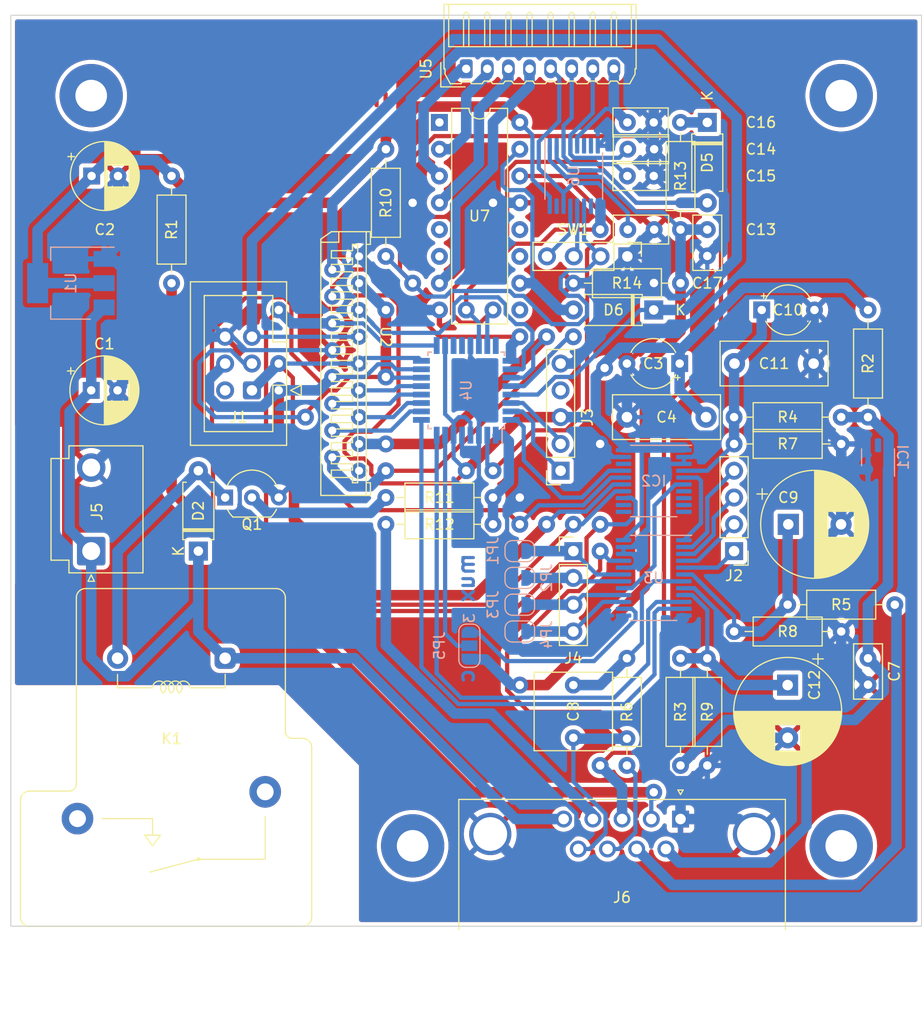
<source format=kicad_pcb>
(kicad_pcb (version 20211014) (generator pcbnew)
  (layers (0 "F.Cu" signal) (31 "B.Cu" signal) (34 "B.Paste" user) (35 "F.Paste" user) (36 "B.SilkS" user "B.Silkscreen") (37 "F.SilkS" user "F.Silkscreen") (38 "B.Mask" user) (39 "F.Mask" user) (44 "Edge.Cuts" user))
  (net 0 "")
  (net 1 "+12V")
  (net 2 "GND")
  (net 3 "+3.3V")
  (net 4 "Net-(C7-Pad1)")
  (net 5 "Net-(C8-Pad2)")
  (net 6 "Net-(C9-Pad1)")
  (net 7 "Net-(C10-Pad1)")
  (net 8 "Net-(C12-Pad1)")
  (net 9 "Net-(C13-Pad1)")
  (net 10 "Net-(C14-Pad1)")
  (net 11 "Net-(C15-Pad1)")
  (net 12 "Net-(C16-Pad1)")
  (net 13 "Net-(C17-Pad2)")
  (net 14 "Net-(D2-Pad2)")
  (net 15 "Net-(D5-Pad1)")
  (net 16 "Net-(D5-Pad2)")
  (net 17 "Net-(D6-Pad1)")
  (net 18 "Net-(D6-Pad2)")
  (net 26 "Net-(IC2-Pad13)")
  (net 27 "Net-(IC2-Pad14)")
  (net 28 "Net-(IC2-Pad15)")
  (net 29 "Net-(IC2-Pad16)")
  (net 30 "Net-(IC2-Pad17)")
  (net 33 "Net-(J2-Pad1)")
  (net 34 "Net-(J2-Pad2)")
  (net 35 "Net-(J2-Pad3)")
  (net 36 "Net-(J2-Pad4)")
  (net 37 "Net-(J3-Pad1)")
  (net 38 "Net-(J3-Pad2)")
  (net 40 "Net-(J4-Pad1)")
  (net 41 "Net-(J4-Pad2)")
  (net 42 "Net-(J4-Pad3)")
  (net 43 "Net-(J4-Pad4)")
  (net 46 "Net-(Q1-Pad2)")
  (net 47 "Net-(R5-Pad2)")
  (net 48 "Net-(R6-Pad2)")
  (net 49 "Net-(SW1-Pad3)")
  (net 50 "Net-(SW1-Pad4)")
  (net 51 "Net-(U4-Pad2)")
  (net 52 "Net-(U2-Pad14)")
  (net 53 "Net-(U2-Pad13)")
  (net 54 "Net-(U2-Pad12)")
  (net 55 "Net-(U2-Pad11)")
  (net 58 "Net-(U4-Pad22)")
  (net 60 "Net-(U2-Pad4)")
  (net 61 "Net-(U2-Pad5)")
  (net 62 "Net-(U2-Pad15)")
  (net 68 "Net-(U5-Pad2)")
  (net 69 "Net-(U5-Pad1)")
  (net 70 "Net-(U5-Pad3)")
  (net 73 "Net-(U5-Pad4)")
  (net 77 "Net-(IC2-Pad5)")
  (net 78 "Net-(IC2-Pad6)")
  (net 79 "Net-(U2-Pad16)")
  (net 80 "Net-(U3-Pad10)")
  (net 81 "Net-(U3-Pad14)")
  (net 82 "Net-(U4-Pad7)")
  (net 83 "Net-(U3-Pad11)")
  (net 84 "Net-(U3-Pad21)")
  (net 85 "Net-(R1-Pad2)")
  (net 86 "Net-(SW1-Pad2)")
  (net 87 "Net-(R12-Pad1)")
  (net 88 "Net-(R12-Pad2)")
  (footprint "Capacitor_THT:C_Rect_L7.2mm_W7.2mm_P5.00mm_FKS2_FKP2_MKS2_MKP2" (layer "F.Cu") (at 144.78 137.08 90)
    (fp_text reference "C8")
    (fp_text value "3,3µ")
  )
  (footprint "Resistor_THT:R_Axial_DIN0207_L6.3mm_D2.5mm_P10.16mm_Horizontal" (layer "F.Cu") (at 157.48 129.54 -90)
    (fp_text reference "R9")
    (fp_text value "1,2k")
  )
  (footprint "Package_DIP:DIP-16_W7.62mm" (layer "F.Cu") (at 132.08 78.74)
    (fp_text reference "U7")
    (fp_text value "4017")
  )
  (footprint "Capacitor_THT:C_Disc_D5.0mm_W2.5mm_P2.50mm" (layer "F.Cu") (at 157.48 91.4 90)
    (fp_text reference "C17")
    (fp_text value "22n")
  )
  (footprint "Capacitor_THT:CP_Radial_Tantal_D4.5mm_P5.00mm" (layer "F.Cu") (at 162.64 96.52)
    (fp_text reference "C10")
    (fp_text value "10µ")
  )
  (footprint "Capacitor_THT:C_Disc_D5.0mm_W2.5mm_P2.50mm" (layer "F.Cu") (at 149.9 83.82)
    (fp_text reference "C15")
    (fp_text value "22n")
  )
  (footprint "Relay_THT:Relay_SPST_RAYEX-L90AS" (layer "F.Cu") (at 106.66 127 -90)
    (fp_text reference "K1")
    (fp_text value "RAYEX-L90AS")
  )
  (footprint "Resistor_THT:R_Axial_DIN0207_L6.3mm_D2.5mm_P10.16mm_Horizontal" (layer "F.Cu") (at 154.94 78.74 -90)
    (fp_text reference "R13")
    (fp_text value "180")
  )
  (footprint "Connector_Molex:Molex_Micro-Latch_53254-0870_1x08_P2.00mm_Horizontal" (layer "F.Cu") (at 134.62 73.66)
    (fp_text reference "U5")
    (fp_text value "Keypad_4x4")
  )
  (footprint "Resistor_THT:R_Axial_DIN0207_L6.3mm_D2.5mm_P10.16mm_Horizontal" (layer "F.Cu") (at 127 81.28 -90)
    (fp_text reference "R10")
    (fp_text value "68")
  )
  (footprint "Capacitor_THT:C_Disc_D5.0mm_W2.5mm_P2.50mm" (layer "F.Cu") (at 149.94 88.9)
    (fp_text reference "C13")
    (fp_text value "22n")
  )
  (footprint "Resistor_THT:R_Axial_DIN0207_L6.3mm_D2.5mm_P10.16mm_Horizontal" (layer "F.Cu") (at 127 116.84)
    (fp_text reference "R12")
    (fp_text value "68")
  )
  (footprint "Resistor_THT:R_Axial_DIN0207_L6.3mm_D2.5mm_P10.16mm_Horizontal" (layer "F.Cu") (at 106.68 83.82 -90)
    (fp_text reference "R1")
    (fp_text value "68")
  )
  (footprint "Diode_THT:D_A-405_P7.62mm_Horizontal" (layer "F.Cu") (at 109.22 119.38 90)
    (fp_text reference "D2")
    (fp_text value "D")
  )
  (footprint "Capacitor_THT:CP_Radial_D10.0mm_P5.00mm" (layer "F.Cu") (at 165.1 132.08 -90)
    (fp_text reference "C12")
    (fp_text value "470µ")
  )
  (footprint "Connector_IDC:IDC-Header_2x03_P2.54mm_Vertical" (layer "F.Cu") (at 114.3 104.14 180)
    (fp_text reference "J1")
    (fp_text value "Conn_02x03_Odd_Even")
  )
  (footprint "Resistor_THT:R_Axial_DIN0207_L6.3mm_D2.5mm_P10.16mm_Horizontal" (layer "F.Cu") (at 170.18 127 180)
    (fp_text reference "R8")
    (fp_text value "180")
  )
  (footprint "Connector_JST:JST_VH_B2P3-VH_1x02_P7.92mm_Vertical" (layer "F.Cu") (at 99.06 119.38 90)
    (fp_text reference "J5")
    (fp_text value "Conn_01x02")
  )
  (footprint "Package_TO_SOT_THT:TO-92_Inline_Wide" (layer "F.Cu") (at 111.76 114.3)
    (fp_text reference "Q1")
    (fp_text value "BC337")
  )
  (footprint "Connector_PinHeader_2.54mm:PinHeader_1x04_P2.54mm_Vertical" (layer "F.Cu") (at 144.78 119.38)
    (fp_text reference "J4")
    (fp_text value "Conn_01x04")
  )
  (footprint "Resistor_THT:R_Axial_DIN0207_L6.3mm_D2.5mm_P10.16mm_Horizontal" (layer "F.Cu") (at 144.78 93.98)
    (fp_text reference "R14")
    (fp_text value "15k")
  )
  (footprint "Connector_PinHeader_2.54mm:PinHeader_1x04_P2.54mm_Vertical" (layer "F.Cu") (at 149.9 91.44 -90)
    (fp_text reference "SW1")
    (fp_text value "SW_Coded")
  )
  (footprint "Resistor_THT:R_Axial_DIN0207_L6.3mm_D2.5mm_P10.16mm_Horizontal" (layer "F.Cu") (at 154.94 139.7 90)
    (fp_text reference "R3")
    (fp_text value "27k")
  )
  (footprint "Capacitor_THT:CP_Radial_D6.3mm_P2.50mm" (layer "F.Cu") (at 99.1 83.82)
    (fp_text reference "C2")
    (fp_text value "100µ")
  )
  (footprint "Resistor_THT:R_Axial_DIN0207_L6.3mm_D2.5mm_P10.16mm_Horizontal" (layer "F.Cu") (at 172.72 96.52 -90)
    (fp_text reference "R2")
    (fp_text value "470")
  )
  (footprint "Connector_PinSocket_2.54mm:PinSocket_1x05_P2.54mm_Vertical" (layer "F.Cu") (at 143.57 111.76 180)
    (fp_text reference "J3")
    (fp_text value "Conn_01x05")
  )
  (footprint "Diode_THT:D_A-405_P7.62mm_Horizontal" (layer "F.Cu") (at 152.4 96.52 180)
    (fp_text reference "D6")
    (fp_text value "D")
  )
  (footprint "Capacitor_THT:C_Disc_D5.0mm_W2.5mm_P2.50mm" (layer "F.Cu") (at 149.94 81.28)
    (fp_text reference "C14")
    (fp_text value "22n")
  )
  (footprint "Capacitor_THT:C_Disc_D5.0mm_W2.5mm_P2.50mm" (layer "F.Cu") (at 172.72 129.54 -90)
    (fp_text reference "C7")
    (fp_text value "22n")
  )
  (footprint "Connector_PinHeader_2.54mm:PinHeader_1x04_P2.54mm_Vertical" (layer "F.Cu") (at 160.02 119.38 180)
    (fp_text reference "J2")
    (fp_text value "Conn_01x04")
  )
  (footprint "Diode_THT:D_A-405_P7.62mm_Horizontal" (layer "F.Cu") (at 157.48 78.74 -90)
    (fp_text reference "D5")
    (fp_text value "D")
  )
  (footprint "Resistor_THT:R_Axial_DIN0207_L6.3mm_D2.5mm_P10.16mm_Horizontal" (layer "F.Cu") (at 160.02 109.22)
    (fp_text reference "R7")
    (fp_text value "6,8k")
  )
  (footprint "Resistor_THT:R_Axial_DIN0207_L6.3mm_D2.5mm_P10.16mm_Horizontal" (layer "F.Cu") (at 149.86 129.54 -90)
    (fp_text reference "R6")
    (fp_text value "15k")
  )
  (footprint "Resistor_THT:R_Axial_DIN0207_L6.3mm_D2.5mm_P10.16mm_Horizontal" (layer "F.Cu") (at 170.18 106.68 180)
    (fp_text reference "R4")
    (fp_text value "3,3k")
  )
  (footprint "Capacitor_THT:CP_Radial_Tantal_D4.5mm_P5.00mm" (layer "F.Cu") (at 154.86 101.6 180)
    (fp_text reference "C3")
    (fp_text value "10µ")
  )
  (footprint "Capacitor_THT:C_Rect_L10.0mm_W4.0mm_P7.50mm_MKS4" (layer "F.Cu") (at 157.36 106.68 180)
    (fp_text reference "C4")
    (fp_text value "100n")
  )
  (footprint "Capacitor_THT:C_Disc_D5.0mm_W2.5mm_P2.50mm" (layer "F.Cu") (at 149.9 78.74)
    (fp_text reference "C16")
    (fp_text value "22n")
  )
  (footprint "Resistor_THT:R_Axial_DIN0207_L6.3mm_D2.5mm_P10.16mm_Horizontal" (layer "F.Cu") (at 137.16 114.3 180)
    (fp_text reference "R11")
    (fp_text value "470")
  )
  (footprint "Capacitor_THT:CP_Radial_D6.3mm_P2.50mm" (layer "F.Cu") (at 99.06 104.14)
    (fp_text reference "C1")
    (fp_text value "100µ")
  )
  (footprint "ofen_v2:ribbon_1x17_vertical" (layer "F.Cu") (at 124.46 101.6 -90)
    (fp_text reference "U2")
    (fp_text value "ILI9488")
  )
  (footprint "Resistor_THT:R_Axial_DIN0207_L6.3mm_D2.5mm_P10.16mm_Horizontal" (layer "F.Cu") (at 165.1 124.46)
    (fp_text reference "R5")
    (fp_text value "3,9k")
  )
  (footprint "Connector_Dsub:DSUB-9_Female_Horizontal_P2.77x2.84mm_EdgePinOffset7.70mm_Housed_MountingHolesOffset9.12mm" (layer "F.Cu") (at 154.94 144.78)
    (fp_text reference "J6")
    (fp_text value "DB9_Female_MountingHoles")
  )
  (footprint "Capacitor_THT:CP_Radial_D10.0mm_P5.00mm" (layer "F.Cu") (at 165.162 116.84)
    (fp_text reference "C9")
    (fp_text value "470µ")
  )
  (footprint "Capacitor_THT:C_Rect_L10.0mm_W4.0mm_P7.50mm_MKS4" (layer "F.Cu") (at 160.06 101.6)
    (fp_text reference "C11")
    (fp_text value "100n")
  )
  (footprint "Jumper:SolderJumper-2_P1.3mm_Open_RoundedPad1.0x1.5mm" (layer "B.Cu") (at 139.7 121.92 180)
    (fp_text reference "JP2")
    (fp_text value "SolderJumper_2_Open")
  )
  (footprint "Package_SO:TSSOP-16_4.4x5mm_P0.65mm" (layer "B.Cu") (at 144.82 83.82 -90)
    (fp_text reference "U6")
    (fp_text value "74HC165")
  )
  (footprint "Jumper:SolderJumper-2_P1.3mm_Open_RoundedPad1.0x1.5mm" (layer "B.Cu") (at 139.7 119.38 180)
    (fp_text reference "JP1")
    (fp_text value "SolderJumper_2_Open")
  )
  (footprint "Jumper:SolderJumper-2_P1.3mm_Open_RoundedPad1.0x1.5mm" (layer "B.Cu") (at 139.7 127 180)
    (fp_text reference "JP4")
    (fp_text value "SolderJumper_2_Open")
  )
  (footprint "Package_TO_SOT_SMD:SOT-223-3_TabPin2" (layer "B.Cu") (at 97.13 93.98 180)
    (fp_text reference "U1")
    (fp_text value "LD1086DT33TR")
  )
  (footprint "Jumper:SolderJumper-3_P1.3mm_Open_RoundedPad1.0x1.5mm_NumberLabels" (layer "B.Cu") (at 134.920001 128.350001 90)
    (fp_text reference "JP5")
    (fp_text value "SolderJumper_3_Open")
  )
  (footprint "Jumper:SolderJumper-2_P1.3mm_Open_RoundedPad1.0x1.5mm" (layer "B.Cu") (at 139.7 124.46 180)
    (fp_text reference "JP3")
    (fp_text value "SolderJumper_2_Open")
  )
  (footprint "Package_TO_SOT_SMD:SOT-23-3" (layer "B.Cu") (at 173.67 110.4825 90)
    (fp_text reference "IC1")
    (fp_text value "TS4061BILT-1.225")
  )
  (footprint "Package_SO:TSSOP-24_4.4x7.8mm_P0.65mm" (layer "B.Cu") (at 152.4 121.92 180)
    (fp_text reference "U3")
    (fp_text value "CD4097B")
  )
  (footprint "Package_QFP:TQFP-32_7x7mm_P0.8mm" (layer "B.Cu") (at 134.62 104.14 90)
    (fp_text reference "U4")
    (fp_text value "ATmega328P-A")
  )
  (footprint "Package_SO:TSSOP-20_4.4x6.5mm_P0.65mm" (layer "B.Cu") (at 152.4 112.735 180)
    (fp_text reference "IC2")
    (fp_text value "MCP3461T-E_ST")
  )
  (gr_rect (start 91.44 154.94) (end 177.8 68.58) (layer "Edge.Cuts") (width 0.1) (fill none))
  (gr_text "Ofen v2\nNoah Rullmann\nMärz 2023" (at 104.14 76.2) (layer "F.Cu") (effects (font (size 2 2) (thickness 0.4)) (justify left)))
  (gr_text "- 12V +" (at 93.98 121.92 -90) (layer "F.Cu") (effects (font (size 2 2) (thickness 0.4)) (justify right)))
  (gr_text "mux" (at 134.62 121.92 90) (layer "B.Cu") (effects (font (size 1.5 1.5) (thickness 0.3)) (justify mirror)))
  (gr_text "c" (at 134.62 132.08 90) (layer "B.Cu") (effects (font (size 1.5 1.5) (thickness 0.3)) (justify right mirror)))
  (via (at 99.06 76.2) (size 6) (drill 3) (layers "F.Cu" "B.Cu") (net 0))
  (via (at 129.54 147.32) (size 6) (drill 3) (layers "F.Cu" "B.Cu") (net 0))
  (via (at 170.18 147.32) (size 6) (drill 3) (layers "F.Cu" "B.Cu") (net 0))
  (via (at 170.18 76.2) (size 6) (drill 3) (layers "F.Cu" "B.Cu") (net 0))
  (segment (start 102.44 131.24) (end 100.855836 131.24) (width 1) (layer "B.Cu") (net 1))
  (segment (start 97.01 106.19) (end 97.01 117.33) (width 1) (layer "B.Cu") (net 1))
  (segment (start 143.86 144.78) (end 139.298377 144.78) (width 1) (layer "B.Cu") (net 1))
  (segment (start 109.22 119.38) (end 109.22 124.46) (width 1) (layer "B.Cu") (net 1))
  (segment (start 109.22 127) (end 109.22 119.38) (width 1) (layer "B.Cu") (net 1))
  (segment (start 99.06 97.5) (end 100.28 96.28) (width 1) (layer "B.Cu") (net 1))
  (segment (start 99.06 104.14) (end 99.06 97.5) (width 1) (layer "B.Cu") (net 1))
  (segment (start 99.06 104.14) (end 97.01 106.19) (width 1) (layer "B.Cu") (net 1))
  (segment (start 109.22 124.46) (end 102.44 131.24) (width 1) (layer "B.Cu") (net 1))
  (segment (start 124.058377 129.54) (end 111.76 129.54) (width 1) (layer "B.Cu") (net 1))
  (segment (start 99.06 129.444164) (end 99.06 119.38) (width 1) (layer "B.Cu") (net 1))
  (segment (start 111.76 129.54) (end 109.22 127) (width 1) (layer "B.Cu") (net 1))
  (segment (start 97.01 117.33) (end 99.06 119.38) (width 1) (layer "B.Cu") (net 1))
  (segment (start 139.298377 144.78) (end 124.058377 129.54) (width 1) (layer "B.Cu") (net 1))
  (segment (start 100.855836 131.24) (end 99.06 129.444164) (width 1) (layer "B.Cu") (net 1))
  (segment (start 147.32 111.11) (end 147.32 109.22) (width 1) (layer "F.Cu") (net 2))
  (segment (start 144.13 114.3) (end 147.32 111.11) (width 1) (layer "F.Cu") (net 2))
  (segment (start 149.86 95.86) (end 149.86 106.68) (width 1) (layer "F.Cu") (net 2))
  (segment (start 130.88 87.7) (end 129.54 86.36) (width 0.4) (layer "F.Cu") (net 2))
  (segment (start 135.96 87.7) (end 130.88 87.7) (width 0.4) (layer "F.Cu") (net 2))
  (segment (start 152.42 93.96) (end 151.76 93.96) (width 1) (layer "F.Cu") (net 2))
  (segment (start 137.16 86.36) (end 135.96 87.7) (width 0.4) (layer "F.Cu") (net 2))
  (segment (start 151.76 93.96) (end 149.86 95.86) (width 1) (layer "F.Cu") (net 2))
  (segment (start 139.7 114.3) (end 144.13 114.3) (width 1) (layer "F.Cu") (net 2))
  (segment (start 149.86 106.68) (end 147.32 109.22) (width 1) (layer "F.Cu") (net 2))
  (via (at 152.42 93.96) (size 1.6) (drill 0.8) (layers "F.Cu" "B.Cu") (net 2))
  (via (at 147.32 109.22) (size 1.6) (drill 0.8) (layers "F.Cu" "B.Cu") (net 2))
  (via (at 137.16 86.36) (size 1.6) (drill 0.8) (layers "F.Cu" "B.Cu") (net 2))
  (via (at 139.7 114.3) (size 1.6) (drill 0.8) (layers "F.Cu" "B.Cu") (net 2))
  (via (at 129.54 86.36) (size 1.6) (drill 0.8) (layers "F.Cu" "B.Cu") (net 2))
  (segment (start 136.9 146.2) (end 140.13 149.43) (width 1) (layer "B.Cu") (net 2))
  (segment (start 138.5 115.5) (end 138.5 118.18) (width 0.4) (layer "B.Cu") (net 2))
  (segment (start 145.06 144.282943) (end 145.06 146.107943) (width 0.4) (layer "B.Cu") (net 2))
  (segment (start 152.4 81.24) (end 152.44 81.28) (width 1) (layer "B.Cu") (net 2))
  (segment (start 156.4 108.14) (end 154.94 106.68) (width 0.4) (layer "B.Cu") (net 2))
  (segment (start 170.18 109.22) (end 170.18 111.76) (width 1) (layer "B.Cu") (net 2))
  (segment (start 145.06 146.107943) (end 141.4 149.767943) (width 0.4) (layer "B.Cu") (net 2))
  (segment (start 157.48 91.4) (end 159.08 89.8) (width 1) (layer "B.Cu") (net 2))
  (segment (start 170.18 114.3) (end 170.18 116.822) (width 1) (layer "B.Cu") (net 2))
  (segment (start 152.4 78.74) (end 152.4 75.301522) (width 1) (layer "B.Cu") (net 2))
  (segment (start 150.332107 118.995) (end 151.875 117.452107) (width 0.4) (layer "B.Cu") (net 2))
  (segment (start 144.772081 101.6) (end 147.36 99.012081) (width 1) (layer "B.Cu") (net 2))
  (segment (start 168.68 118.322) (end 170.162 116.84) (width 1) (layer "B.Cu") (net 2))
  (segment (start 136.802943 118.18) (end 138.5 118.18) (width 0.4) (layer "B.Cu") (net 2))
  (segment (start 176.76 108.18) (end 172.72 104.14) (width 1) (layer "B.Cu") (net 2))
  (segment (start 100.28 91.68) (end 101.13 91.68) (width 1) (layer "B.Cu") (net 2))
  (segment (start 158.66 103.68) (end 158.76 103.78) (width 0.4) (layer "B.Cu") (net 2))
  (segment (start 172.209647 152.22) (end 176.76 147.669647) (width 1) (layer "B.Cu") (net 2))
  (segment (start 159.522943 128.2) (end 165.98 128.2) (width 0.4) (layer "B.Cu") (net 2))
  (segment (start 149.9 91.44) (end 152.44 88.9) (width 1) (layer "B.Cu") (net 2))
  (segment (start 157.202742 83.82) (end 152.4 83.82) (width 1) (layer "B.Cu") (net 2))
  (segment (start 151.875 112.285) (end 153.05 111.11) (width 0.4) (layer "B.Cu") (net 2))
  (segment (start 156.057107 110.46) (end 156.4 110.117107) (width 0.4) (layer "B.Cu") (net 2))
  (segment (start 140.013654 128.903604) (end 146.378896 128.903604) (width 1) (layer "B.Cu") (net 2))
  (segment (start 140.13 149.43) (end 142.92 152.22) (width 1) (layer "B.Cu") (net 2))
  (segment (start 167.56 101.6) (end 167.56 96.6) (width 1) (layer "B.Cu") (net 2))
  (segment (start 114.3 111.76) (end 113.15 112.91) (width 0.4) (layer "B.Cu") (net 2))
  (segment (start 149.5375 120.945) (end 150.332107 120.945) (width 0.4) (layer "B.Cu") (net 2))
  (segment (start 113.762233 100.33) (end 121.92 100.33) (width 0.4) (layer "B.Cu") (net 2))
  (segment (start 135.82 109.465) (end 135.695 109.59) (width 0.4) (layer "B.Cu") (net 2))
  (segment (start 172.72 111.62) (end 170.32 111.62) (width 1) (layer "B.Cu") (net 2))
  (segment (start 114.3 111.76) (end 111.5 108.96) (width 1) (layer "B.Cu") (net 2))
  (segment (start 101.98 103.72) (end 101.56 104.14) (width 1) (layer "B.Cu") (net 2))
  (segment (start 139.05 127) (end 139.05 127.93995) (width 1) (layer "B.Cu") (net 2))
  (segment (start 154.94 144.78) (end 160.48 144.78) (width 1) (layer "B.Cu") (net 2))
  (segment (start 134.22 109.465) (end 134.22 108.39) (width 0.4) (layer "B.Cu") (net 2))
  (segment (start 135.82 108.39) (end 135.82 101.765) (width 0.4) (layer "B.Cu") (net 2))
  (segment (start 155.14934 137.36934) (end 153.44 135.66) (width 1) (layer "B.Cu") (net 2))
  (segment (start 158.82 127.497057) (end 159.522943 128.2) (width 0.4) (layer "B.Cu") (net 2))
  (segment (start 134.345 109.59) (end 134.22 109.465) (width 0.4) (layer "B.Cu") (net 2))
  (segment (start 153.44 135.66) (end 153.44 127.3175) (width 1) (layer "B.Cu") (net 2))
  (segment (start 111.76 99.06) (end 102.36 99.06) (width 1) (layer "B.Cu") (net 2))
  (segment (start 167.56 101.6) (end 167.56 106.6) (width 1) (layer "B.Cu") (net 2))
  (segment (start 101.6 90.36) (end 100.28 91.68) (width 1) (layer "B.Cu") (net 2))
  (segment (start 111.76 99.06) (end 112.492233 99.06) (width 0.4) (layer "B.Cu") (net 2))
  (segment (start 158.377107 108.14) (end 156.4 108.14) (width 0.4) (layer "B.Cu") (net 2))
  (segment (start 150.675 120.602107) (end 150.675 119.987893) (width 0.4) (layer "B.Cu") (net 2))
  (segment (start 170.18 116.822) (end 170.162 116.84) (width 1) (layer "B.Cu") (net 2))
  (segment (start 140.467943 149.767943) (end 140.13 149.43) (width 0.4) (layer "B.Cu") (net 2))
  (segment (start 148.1125 79.94) (end 152.066697 79.94) (width 0.4) (layer "B.Cu") (net 2))
  (segment (start 176.76 147.669647) (end 176.76 108.18) (width 1) (layer "B.Cu") (net 2))
  (segment (start 154.94 144.78) (end 154.94 141.821321) (width 1) (layer "B.Cu") (net 2))
  (segment (start 151.875 117.452107) (end 151.875 112.285) (width 0.4) (layer "B.Cu") (net 2))
  (segment (start 143.57 101.6) (end 144.772081 101.6) (width 1) (layer "B.Cu") (net 2))
  (segment (start 134.99 109.59) (end 134.345 109.59) (width 0.4) (layer "B.Cu") (net 2))
  (segment (start 159.08 89.8) (end 159.08 85.697258) (width 1) (layer "B.Cu") (net 2))
  (segment (start 150.332107 120.945) (end 150.675 120.602107) (width 0.4) (layer "B.Cu") (net 2))
  (segment (start 101.56 104.14) (end 101.56 108.96) (width 1) (layer "B.Cu") (net 2))
  (segment (start 142.92 152.22) (end 172.209647 152.22) (width 1) (layer "B.Cu") (net 2))
  (segment (start 124.46 91.44) (end 129.54 96.52) (width 1) (layer "B.Cu") (net 2))
  (segment (start 166.44 95.32) (end 161.22 95.32) (width 0.4) (layer "B.Cu") (net 2))
  (segment (start 148.56 110.46) (end 147.32 109.22) (width 0.4) (layer "B.Cu") (net 2))
  (segment (start 170.58 134.18) (end 158.338679 134.18) (width 1) (layer "B.Cu") (net 2))
  (segment (start 101.98 92.53) (end 101.98 93.6) (width 1) (layer "B.Cu") (net 2))
  (segment (start 147.36 93.98) (end 149.9 91.44) (width 1) (layer "B.Cu") (net 2))
  (segment (start 135.82 108.39) (end 135.82 109.465) (width 0.4) (layer "B.Cu") (net 2))
  (segment (start 158.76 107.757107) (end 158.377107 108.14) (width 0.4) (layer "B.Cu") (net 2))
  (segment (start 113.15 112.91) (end 113.15 117.358831) (width 0.4) (layer "B.Cu") (net 2))
  (segment (start 139.7 86.36) (end 137.16 86.36) (width 1) (layer "B.Cu") (net 2))
  (segment (start 160.48 144.78) (end 161.9 146.2) (width 1) (layer "B.Cu") (net 2))
  (segment (start 157.48 139.7) (end 155.98 141.2) (width 1) (layer "B.Cu") (net 2))
  (segment (start 147.095 80.9575) (end 148.1125 79.94) (width 0.4) (layer "B.Cu") (net 2))
  (segment (start 139.05 119.38) (end 139.05 121.92) (width 1) (layer "B.Cu") (net 2))
  (segment (start 129.38 86.52) (end 124.46 91.44) (width 1) (layer "B.Cu") (net 2))
  (segment (start 129.54 96.52) (end 132.08 96.52) (width 1) (layer "B.Cu") (net 2))
  (segment (start 160.1 137.08) (end 157.48 139.7) (width 1) (layer "B.Cu") (net 2))
  (segment (start 172.72 104.14) (end 167.64 104.14) (width 1) (layer "B.Cu") (net 2))
  (segment (start 149.158478 72.06) (end 133.876497 72.06) (width 1) (layer "B.Cu") (net 2))
  (segment (start 168.68 125.5) (end 168.68 118.322) (width 1) (layer "B.Cu") (net 2))
  (segment (start 157.48 93.137057) (end 155.437057 95.18) (width 0.4) (layer "B.Cu") (net 2))
  (segment (start 146.378896 128.903604) (end 149.5375 125.745) (width 1) (layer "B.Cu") (net 2))
  (segment (start 153.05 111.11) (end 155.2625 111.11) (width 0.4) (layer "B.Cu") (net 2))
  (segment (start 155.2625 110.46) (end 156.057107 110.46) (width 0.4) (layer "B.Cu") (net 2))
  (segment (start 155.2625 122.895) (end 156.255635 122.895) (width 0.4) (layer "B.Cu") (net 2))
  (segment (start 152.4 78.74) (end 152.4 80.273303) (width 1) (layer "B.Cu") (net 2))
  (segment (start 170.32 111.62) (end 170.18 111.76) (width 1) (layer "B.Cu") (net 2))
  (segment (start 135.695 109.59) (end 134.99 109.59) (width 0.4) (layer "B.Cu") (net 2))
  (segment (start 170.18 127) (end 168.68 125.5) (width 1) (layer "B.Cu") (net 2))
  (segment (start 111.5 108.96) (end 101.56 108.96) (width 1) (layer "B.Cu") (net 2))
  (segment (start 157.48 91.4) (end 157.48 93.137057) (width 0.4) (layer "B.Cu") (net 2))
  (segment (start 133.876497 72.06) (end 129.38 76.556497) (width 1) (layer "B.Cu") (net 2))
  (segment (start 152.4 80.273303) (end 152.4 81.24) (width 1) (layer "B.Cu") (net 2))
  (segment (start 139.7 114.3) (end 138.5 115.5) (width 0.4) (layer "B.Cu") (net 2))
  (segment (start 129.38 76.556497) (end 129.38 86.52) (width 1) (layer "B.Cu") (net 2))
  (segment (start 135.82 117.197057) (end 136.802943 118.18) (width 0.4) (layer "B.Cu") (net 2))
  (segment (start 149.5375 118.995) (end 150.332107 118.995) (width 0.4) (layer "B.Cu") (net 2))
  (segment (start 159.08 85.697258) (end 157.202742 83.82) (width 1) (layer "B.Cu") (net 2))
  (segment (start 167.56 96.6) (end 167.64 96.52) (width 1) (layer "B.Cu") (net 2))
  (segment (start 154.94 141.821321) (end 154.318679 141.2) (width 1) (layer "B.Cu") (net 2))
  (segment (start 165.98 128.2) (end 168.68 125.5) (width 0.4) (layer "B.Cu") (net 2))
  (segment (start 150.332107 119.645) (end 149.5375 119.645) (width 0.4) (layer "B.Cu") (net 2))
  (segment (start 101.6 83.82) (end 101.6 90.36) (width 1) (layer "B.Cu") (net 2))
  (segment (start 170.18 129.5) (end 170.18 127) (width 1) (layer "B.Cu") (net 2))
  (segment (start 138.5 118.18) (end 138.5 118.83) (width 0.4) (layer "B.Cu") (net 2))
  (segment (start 139.012565 143.221396) (end 143.998453 143.221396) (width 0.4) (layer "B.Cu") (net 2))
  (segment (start 150.675 119.987893) (end 150.332107 119.645) (width 0.4) (layer "B.Cu") (net 2))
  (segment (start 143.998453 143.221396) (end 145.06 144.282943) (width 0.4) (layer "B.Cu") (net 2))
  (segment (start 141.4 149.767943) (end 141.4 150.7) (width 0.4) (layer "B.Cu") (net 2))
  (segment (start 152.42 93.96) (end 149.9 91.44) (width 1) (layer "B.Cu") (net 2))
  (segment (start 152.4 75.301522) (end 149.158478 72.06) (width 1) (layer "B.Cu") (net 2))
  (segment (start 165.1 137.08) (end 160.1 137.08) (width 1) (layer "B.Cu") (net 2))
  (segment (start 158.338679 134.18) (end 155.14934 137.36934) (width 1) (layer "B.Cu") (net 2))
  (segment (start 139.05 121.92) (end 139.05 124.46) (width 1) (layer "B.Cu") (net 2))
  (segment (start 152.44 81.28) (end 152.44 83.78) (width 1) (layer "B.Cu") (net 2))
  (segment (start 135.82 108.39) (end 135.82 117.197057) (width 0.4) (layer "B.Cu") (net 2))
  (segment (start 141.4 149.767943) (end 140.467943 149.767943) (width 0.4) (layer "B.Cu") (net 2))
  (segment (start 153.44 140.321321) (end 154.318679 141.2) (width 1) (layer "B.Cu") (net 2))
  (segment (start 172.72 132.04) (end 170.18 129.5) (width 1) (layer "B.Cu") (net 2))
  (segment (start 135.02 100.965) (end 135.02 99.89) (width 0.4) (layer "B.Cu") (net 2))
  (segment (start 153.44 127.3175) (end 155.0125 125.745) (width 1) (layer "B.Cu") (net 2))
  (segment (start 154.318679 141.2) (end 155.98 141.2) (width 1) (layer "B.Cu") (net 2))
  (segment (start 161.22 95.32) (end 158.66 97.88) (width 0.4) (layer "B.Cu") (net 2))
  (segment (start 155.0125 125.745) (end 155.2625 125.745) (width 1) (layer "B.Cu") (net 2))
  (segment (start 149.5375 110.46) (end 148.56 110.46) (width 0.4) (layer "B.Cu") (net 2))
  (segment (start 149.86 101.6) (end 149.86 106.68) (width 1) (layer "B.Cu") (net 2))
  (segment (start 158.82 125.459365) (end 158.82 127.497057) (width 0.4) (layer "B.Cu") (net 2))
  (segment (start 113.15 117.358831) (end 139.012565 143.221396) (width 0.4) (layer "B.Cu") (net 2))
  (segment (start 138.5 118.83) (end 139.05 119.38) (width 0.4) (layer "B.Cu") (net 2))
  (segment (start 153.44 139.07868) (end 153.44 140.321321) (width 1) (layer "B.Cu") (net 2))
  (segment (start 147.36 99.012081) (end 147.36 93.98) (width 1) (layer "B.Cu") (net 2))
  (segment (start 144.78 93.98) (end 147.36 93.98) (width 1) (layer "B.Cu") (net 2))
  (segment (start 152.44 83.78) (end 152.4 83.82) (width 1) (layer "B.Cu") (net 2))
  (segment (start 172.72 132.04) (end 170.58 134.18) (width 1) (layer "B.Cu") (net 2))
  (segment (start 155.14934 137.36934) (end 153.44 139.07868) (width 1) (layer "B.Cu") (net 2))
  (segment (start 101.13 91.68) (end 101.98 92.53) (width 1) (layer "B.Cu") (net 2))
  (segment (start 152.066697 79.94) (end 152.4 80.273303) (width 0.4) (layer "B.Cu") (net 2))
  (segment (start 154.94 106.68) (end 149.86 106.68) (width 0.4) (layer "B.Cu") (net 2))
  (segment (start 170.18 111.76) (end 170.18 114.3) (width 1) (layer "B.Cu") (net 2))
  (segment (start 156.4 110.117107) (end 156.4 108.14) (width 0.4) (layer "B.Cu") (net 2))
  (segment (start 135.82 101.765) (end 135.02 100.965) (width 0.4) (layer "B.Cu") (net 2))
  (segment (start 167.56 106.6) (end 170.18 109.22) (width 1) (layer "B.Cu") (net 2))
  (segment (start 155.2625 111.11) (end 155.2625 110.46) (width 0.4) (layer "B.Cu") (net 2))
  (segment (start 116.84 114.3) (end 114.3 111.76) (width 1) (layer "B.Cu") (net 2))
  (segment (start 156.255635 122.895) (end 158.82 125.459365) (width 0.4) (layer "B.Cu") (net 2))
  (segment (start 101.56 108.96) (end 99.06 111.46) (width 1) (layer "B.Cu") (net 2))
  (segment (start 158.76 103.78) (end 158.76 107.757107) (width 0.4) (layer "B.Cu") (net 2))
  (segment (start 149.5375 119.645) (end 149.5375 118.995) (width 0.4) (layer "B.Cu") (net 2))
  (segment (start 101.98 93.6) (end 101.98 103.72) (width 1) (layer "B.Cu") (net 2))
  (segment (start 112.492233 99.06) (end 113.762233 100.33) (width 0.4) (layer "B.Cu") (net 2))
  (segment (start 153.64 95.18) (end 152.42 93.96) (width 0.4) (layer "B.Cu") (net 2))
  (segment (start 139.05 124.46) (end 139.05 127) (width 1) (layer "B.Cu") (net 2))
  (segment (start 158.66 97.88) (end 158.66 103.68) (width 0.4) (layer "B.Cu") (net 2))
  (segment (start 155.437057 95.18) (end 153.64 95.18) (width 0.4) (layer "B.Cu") (net 2))
  (segment (start 167.64 96.52) (end 166.44 95.32) (width 0.4) (layer "B.Cu") (net 2))
  (segment (start 139.05 127.93995) (end 140.013654 128.903604) (width 1) (layer "B.Cu") (net 2))
  (segment (start 125.622 108.058) (end 128.2 105.48) (width 0.4) (layer "F.Cu") (net 3))
  (segment (start 127.319057 95.142) (end 123.978683 95.142) (width 0.4) (layer "F.Cu") (net 3))
  (segment (start 128.2 105.48) (end 128.2 96.022943) (width 0.4) (layer "F.Cu") (net 3))
  (segment (start 119.38 86.36) (end 109.22 86.36) (width 1) (layer "F.Cu") (net 3))
  (segment (start 138.2 77.24) (end 129.90863 77.24) (width 1) (layer "F.Cu") (net 3))
  (segment (start 123.978683 108.058) (end 125.622 108.058) (width 0.4) (layer "F.Cu") (net 3))
  (segment (start 123.978683 95.142) (end 122.708683 96.412) (width 0.4) (layer "F.Cu") (net 3))
  (segment (start 121.438683 96.412) (end 119.38 94.353317) (width 0.4) (layer "F.Cu") (net 3))
  (segment (start 124.941317 110.598) (end 123.671317 110.598) (width 0.4) (layer "F.Cu") (net 3))
  (segment (start 125.622 111.278683) (end 124.941317 110.598) (width 0.4) (layer "F.Cu") (net 3))
  (segment (start 139.7 78.74) (end 138.2 77.24) (width 1) (layer "F.Cu") (net 3))
  (segment (start 129.90863 77.24) (end 127 80.14863) (width 1) (layer "F.Cu") (net 3))
  (segment (start 123.671317 110.598) (end 123.082 110.008683) (width 0.4) (layer "F.Cu") (net 3))
  (segment (start 127 80.14863) (end 127 81.28) (width 1) (layer "F.Cu") (net 3))
  (segment (start 125.622 112.079057) (end 125.622 111.278683) (width 0.4) (layer "F.Cu") (net 3))
  (segment (start 121.92 86.36) (end 119.38 86.36) (width 1) (layer "F.Cu") (net 3))
  (segment (start 126.502943 112.96) (end 125.622 112.079057) (width 0.4) (layer "F.Cu") (net 3))
  (segment (start 123.082 110.008683) (end 123.082 108.954683) (width 0.4) (layer "F.Cu") (net 3))
  (segment (start 128.2 96.022943) (end 127.319057 95.142) (width 0.4) (layer "F.Cu") (net 3))
  (segment (start 143.57 106.68) (end 139.7 106.68) (width 1) (layer "F.Cu") (net 3))
  (segment (start 127 81.28) (end 121.92 86.36) (width 1) (layer "F.Cu") (net 3))
  (segment (start 109.22 86.36) (end 106.68 83.82) (width 1) (layer "F.Cu") (net 3))
  (segment (start 139.7 106.68) (end 134.62 111.76) (width 1) (layer "F.Cu") (net 3))
  (segment (start 134.62 111.76) (end 133.42 112.96) (width 0.4) (layer "F.Cu") (net 3))
  (segment (start 133.42 112.96) (end 126.502943 112.96) (width 0.4) (layer "F.Cu") (net 3))
  (segment (start 122.708683 96.412) (end 121.438683 96.412) (width 0.4) (layer "F.Cu") (net 3))
  (segment (start 119.38 94.353317) (end 119.38 86.36) (width 0.4) (layer "F.Cu") (net 3))
  (segment (start 123.082 108.954683) (end 123.978683 108.058) (width 0.4) (layer "F.Cu") (net 3))
  (via (at 134.62 111.76) (size 1.6) (drill 0.8) (layers "F.Cu" "B.Cu") (net 3))
  (via (at 147.741472 102.021472) (size 1.6) (drill 0.8) (layers "F.Cu" "B.Cu") (net 3))
  (segment (start 133.93 106.68) (end 133.42 107.19) (width 0.4) (layer "B.Cu") (net 3))
  (segment (start 133.42 107.19) (end 132.62 106.39) (width 0.4) (layer "B.Cu") (net 3))
  (segment (start 134.51 106.68) (end 133.93 106.68) (width 0.4) (layer "B.Cu") (net 3))
  (segment (start 106.68 83.82) (end 105.18 82.32) (width 1) (layer "B.Cu") (net 3))
  (segment (start 146.901321 106.68) (end 146.901321 102.861623) (width 1) (layer "B.Cu") (net 3))
  (segment (start 105.18 82.32) (end 100.6 82.32) (width 1) (layer "B.Cu") (net 3))
  (segment (start 135.02 107.19) (end 134.51 106.68) (width 0.4) (layer "B.Cu") (net 3))
  (segment (start 133.42 107.19) (end 133.42 108.39) (width 0.4) (layer "B.Cu") (net 3))
  (segment (start 93.98 88.94) (end 99.1 83.82) (width 1) (layer "B.Cu") (net 3))
  (segment (start 100.28 93.98) (end 93.98 93.98) (width 1) (layer "B.Cu") (net 3))
  (segment (start 154.86 101.6) (end 154.86 104.18) (width 1) (layer "B.Cu") (net 3))
  (segment (start 133.42 108.39) (end 133.42 110.56) (width 0.4) (layer "B.Cu") (net 3))
  (segment (start 170.62 94.42) (end 160.847208 94.42) (width 1) (layer "B.Cu") (net 3))
  (segment (start 142.545 85.787893) (end 142.545 86.6825) (width 0.4) (layer "B.Cu") (net 3))
  (segment (start 140.9 84.142893) (end 142.545 85.787893) (width 0.4) (layer "B.Cu") (net 3))
  (segment (start 121.92 86.36) (end 121.92 92.71) (width 1) (layer "B.Cu") (net 3))
  (segment (start 149.5375 109.316179) (end 149.781321 109.56) (width 1) (layer "B.Cu") (net 3))
  (segment (start 100.6 82.32) (end 99.1 83.82) (width 1) (layer "B.Cu") (net 3))
  (segment (start 127 81.28) (end 121.92 86.36) (width 1) (layer "B.Cu") (net 3))
  (segment (start 149.5375 118.345) (end 151.275 116.6075) (width 0.4) (layer "B.Cu") (net 3))
  (segment (start 151.275 116.6075) (end 151.275 109.835905) (width 0.4) (layer "B.Cu") (net 3))
  (segment (start 146.901321 106.68) (end 149.5375 109.316179) (width 1) (layer "B.Cu") (net 3))
  (segment (start 133.42 110.56) (end 134.62 111.76) (width 0.4) (layer "B.Cu") (net 3))
  (segment (start 132.62 106.39) (end 132.62 99.89) (width 0.4) (layer "B.Cu") (net 3))
  (segment (start 154.86 104.18) (end 157.36 106.68) (width 1) (layer "B.Cu") (net 3))
  (segment (start 149.5375 109.316179) (end 149.5375 109.56) (width 1) (layer "B.Cu") (net 3))
  (segment (start 172.72 96.52) (end 170.62 94.42) (width 1) (layer "B.Cu") (net 3))
  (segment (start 147.741472 102.021472) (end 147.741472 101.597207) (width 1) (layer "B.Cu") (net 3))
  (segment (start 154.552792 100.1) (end 154.86 100.407208) (width 1) (layer "B.Cu") (net 3))
  (segment (start 147.741472 101.597207) (end 149.238679 100.1) (width 1) (layer "B.Cu") (net 3))
  (segment (start 139.7 78.74) (end 140.9 79.94) (width 0.4) (layer "B.Cu") (net 3))
  (segment (start 140.9 79.94) (end 140.9 84.142893) (width 0.4) (layer "B.Cu") (net 3))
  (segment (start 146.901321 102.861623) (end 147.741472 102.021472) (width 1) (layer "B.Cu") (net 3))
  (segment (start 149.781321 109.56) (end 155.2625 109.56) (width 1) (layer "B.Cu") (net 3))
  (segment (start 143.57 106.68) (end 146.901321 106.68) (width 1) (layer "B.Cu") (net 3))
  (segment (start 160.847208 94.42) (end 154.86 100.407208) (width 1) (layer "B.Cu") (net 3))
  (segment (start 93.98 93.98) (end 93.98 88.94) (width 1) (layer "B.Cu") (net 3))
  (segment (start 154.86 100.407208) (end 154.86 101.6) (width 1) (layer "B.Cu") (net 3))
  (segment (start 135.02 108.39) (end 135.02 107.19) (width 0.4) (layer "B.Cu") (net 3))
  (segment (start 149.238679 100.1) (end 154.552792 100.1) (width 1) (layer "B.Cu") (net 3))
  (segment (start 170.18 106.68) (end 172.72 106.68) (width 1) (layer "B.Cu") (net 4))
  (segment (start 163.367409 148.9) (end 166.88 145.387409) (width 1) (layer "B.Cu") (net 4))
  (segment (start 159.26 135.38) (end 171.501321 135.38) (width 1) (layer "B.Cu") (net 4))
  (segment (start 154.94 139.7) (end 159.26 135.38) (width 1) (layer "B.Cu") (net 4))
  (segment (start 166.88 145.387409) (end 166.88 135.38) (width 1) (layer "B.Cu") (net 4))
  (segment (start 172.72 129.54) (end 172.72 124.46) (width 1) (layer "B.Cu") (net 4))
  (segment (start 174.62 111.62) (end 174.62 122.56) (width 1) (layer "B.Cu") (net 4))
  (segment (start 174.62 111.62) (end 174.67 111.57) (width 1) (layer "B.Cu") (net 4))
  (segment (start 172.72 124.46) (end 174.62 122.56) (width 1) (layer "B.Cu") (net 4))
  (segment (start 154.835 148.9) (end 163.367409 148.9) (width 1) (layer "B.Cu") (net 4))
  (segment (start 171.501321 135.38) (end 174.22 132.661321) (width 1) (layer "B.Cu") (net 4))
  (segment (start 174.22 131.04) (end 172.72 129.54) (width 1) (layer "B.Cu") (net 4))
  (segment (start 174.22 132.661321) (end 174.22 131.04) (width 1) (layer "B.Cu") (net 4))
  (segment (start 172.869582 106.68) (end 172.72 106.68) (width 1) (layer "B.Cu") (net 4))
  (segment (start 153.555 147.62) (end 154.835 148.9) (width 1) (layer "B.Cu") (net 4))
  (segment (start 174.67 111.57) (end 174.67 108.480418) (width 1) (layer "B.Cu") (net 4))
  (segment (start 174.67 108.480418) (end 172.869582 106.68) (width 1) (layer "B.Cu") (net 4))
  (segment (start 149.86 129.54) (end 151.275 128.125) (width 0.4) (layer "B.Cu") (net 5))
  (segment (start 144.78 132.08) (end 147.32 132.08) (width 1) (layer "B.Cu") (net 5))
  (segment (start 151.275 128.125) (end 151.275 123.335) (width 0.4) (layer "B.Cu") (net 5))
  (segment (start 155.2625 122.245) (end 152.365 122.245) (width 0.4) (layer "B.Cu") (net 5))
  (segment (start 152.365 122.245) (end 151.275 123.335) (width 0.4) (layer "B.Cu") (net 5))
  (segment (start 147.32 132.08) (end 149.86 129.54) (width 1) (layer "B.Cu") (net 5))
  (segment (start 160.02 125.557893) (end 156.057107 121.595) (width 0.4) (layer "B.Cu") (net 6))
  (segment (start 165.1 124.46) (end 165.1 116.902) (width 1) (layer "B.Cu") (net 6))
  (segment (start 162.56 127) (end 165.1 124.46) (width 1) (layer "B.Cu") (net 6))
  (segment (start 156.057107 121.595) (end 155.2625 121.595) (width 0.4) (layer "B.Cu") (net 6))
  (segment (start 160.02 127) (end 160.02 125.557893) (width 0.4) (layer "B.Cu") (net 6))
  (segment (start 160.02 127) (end 162.56 127) (width 1) (layer "B.Cu") (net 6))
  (segment (start 165.1 116.902) (end 165.162 116.84) (width 1) (layer "B.Cu") (net 6))
  (segment (start 155.2625 111.76) (end 157.48 111.76) (width 0.4) (layer "B.Cu") (net 7))
  (segment (start 160.02 109.22) (end 160.02 106.68) (width 1) (layer "B.Cu") (net 7))
  (segment (start 157.48 111.76) (end 160.02 109.22) (width 0.4) (layer "B.Cu") (net 7))
  (segment (start 162.64 99.02) (end 160.06 101.6) (width 1) (layer "B.Cu") (net 7))
  (segment (start 162.64 96.52) (end 162.64 99.02) (width 1) (layer "B.Cu") (net 7))
  (segment (start 160.02 106.68) (end 160.02 101.64) (width 1) (layer "B.Cu") (net 7))
  (segment (start 154.94 129.54) (end 157.48 129.54) (width 1) (layer "B.Cu") (net 8))
  (segment (start 157.48 124.967893) (end 156.057107 123.545) (width 0.4) (layer "B.Cu") (net 8))
  (segment (start 157.48 129.54) (end 157.48 124.967893) (width 0.4) (layer "B.Cu") (net 8))
  (segment (start 160.02 132.08) (end 157.48 129.54) (width 1) (layer "B.Cu") (net 8))
  (segment (start 165.1 132.08) (end 160.02 132.08) (width 1) (layer "B.Cu") (net 8))
  (segment (start 156.057107 123.545) (end 155.2625 123.545) (width 0.4) (layer "B.Cu") (net 8))
  (segment (start 141.5 80.557893) (end 141.5 83.085) (width 0.4) (layer "B.Cu") (net 9))
  (segment (start 143.44 74.48) (end 143.44 78.617893) (width 0.4) (layer "B.Cu") (net 9))
  (segment (start 142.62 73.66) (end 143.44 74.48) (width 0.4) (layer "B.Cu") (net 9))
  (segment (start 149.94 87.288528) (end 147.146472 84.495) (width 0.4) (layer "B.Cu") (net 9))
  (segment (start 141.5 83.085) (end 143.845 85.43) (width 0.4) (layer "B.Cu") (net 9))
  (segment (start 143.845 85.887893) (end 143.845 86.6825) (width 0.4) (layer "B.Cu") (net 9))
  (segment (start 144.78 84.495) (end 143.845 85.43) (width 0.4) (layer "B.Cu") (net 9))
  (segment (start 147.146472 84.495) (end 144.78 84.495) (width 0.4) (layer "B.Cu") (net 9))
  (segment (start 143.44 78.617893) (end 141.5 80.557893) (width 0.4) (layer "B.Cu") (net 9))
  (segment (start 143.845 85.43) (end 143.845 85.887893) (width 0.4) (layer "B.Cu") (net 9))
  (segment (start 149.94 88.9) (end 149.94 87.288528) (width 0.4) (layer "B.Cu") (net 9))
  (segment (start 144.495 79.964365) (end 146.62 77.839365) (width 0.4) (layer "B.Cu") (net 10))
  (segment (start 146.62 77.839365) (end 146.62 73.66) (width 0.4) (layer "B.Cu") (net 10))
  (segment (start 144.495 81.752107) (end 144.837893 82.095) (width 0.4) (layer "B.Cu") (net 10))
  (segment (start 149.125 82.095) (end 149.94 81.28) (width 0.4) (layer "B.Cu") (net 10))
  (segment (start 146.68 73.72) (end 146.62 73.66) (width 0.4) (layer "B.Cu") (net 10))
  (segment (start 144.495 80.9575) (end 144.495 81.752107) (width 0.4) (layer "B.Cu") (net 10))
  (segment (start 144.837893 82.095) (end 149.125 82.095) (width 0.4) (layer "B.Cu") (net 10))
  (segment (start 144.495 80.9575) (end 144.495 79.964365) (width 0.4) (layer "B.Cu") (net 10))
  (segment (start 143.845 79.061421) (end 144.62 78.286421) (width 0.4) (layer "B.Cu") (net 11))
  (segment (start 143.845 80.9575) (end 143.845 81.950635) (width 0.4) (layer "B.Cu") (net 11))
  (segment (start 148.735 82.695) (end 149.86 83.82) (width 0.4) (layer "B.Cu") (net 11))
  (segment (start 143.845 80.9575) (end 143.845 79.061421) (width 0.4) (layer "B.Cu") (net 11))
  (segment (start 143.845 81.950635) (end 144.589365 82.695) (width 0.4) (layer "B.Cu") (net 11))
  (segment (start 144.589365 82.695) (end 148.735 82.695) (width 0.4) (layer "B.Cu") (net 11))
  (segment (start 149.86 83.82) (end 149.9 83.82) (width 0.4) (layer "B.Cu") (net 11))
  (segment (start 144.62 78.286421) (end 144.62 73.66) (width 0.4) (layer "B.Cu") (net 11))
  (segment (start 147.847893 77.46) (end 148.62 77.46) (width 0.4) (layer "B.Cu") (net 12))
  (segment (start 148.62 73.66) (end 148.62 77.46) (width 1) (layer "B.Cu") (net 12))
  (segment (start 148.62 77.46) (end 149.9 78.74) (width 1) (layer "B.Cu") (net 12))
  (segment (start 145.145 80.9575) (end 145.145 80.162893) (width 0.4) (layer "B.Cu") (net 12))
  (segment (start 145.145 80.162893) (end 147.847893 77.46) (width 0.4) (layer "B.Cu") (net 12))
  (segment (start 139.7 132.08) (end 142.24 132.08) (width 1) (layer "F.Cu") (net 13))
  (segment (start 151.56 101.9) (end 154.94 98.52) (width 1) (layer "F.Cu") (net 13))
  (segment (start 142.24 132.08) (end 151.56 122.76) (width 1) (layer "F.Cu") (net 13))
  (segment (start 154.94 98.52) (end 154.94 93.98) (width 1) (layer "F.Cu") (net 13))
  (segment (start 151.56 122.76) (end 151.56 101.9) (width 1) (layer "F.Cu") (net 13))
  (via (at 139.7 132.08) (size 1.6) (drill 0.8) (layers "F.Cu" "B.Cu") (net 13))
  (segment (start 147.395 83.895) (end 150.735051 87.235051) (width 0.4) (layer "B.Cu") (net 13))
  (segment (start 154.94 91.44) (end 154.94 88.9) (width 1) (layer "B.Cu") (net 13))
  (segment (start 142.545 82.347691) (end 144.092309 83.895) (width 0.4) (layer "B.Cu") (net 13))
  (segment (start 138.9 132.08) (end 136.470001 129.650001) (width 1) (layer "B.Cu") (net 13))
  (segment (start 157.48 88.9) (end 154.94 88.9) (width 1) (layer "B.Cu") (net 13))
  (segment (start 154.94 93.98) (end 154.94 91.44) (width 1) (layer "B.Cu") (net 13))
  (segment (start 150.735051 87.235051) (end 153.275051 87.235051) (width 0.4) (layer "B.Cu") (net 13))
  (segment (start 142.545 80.9575) (end 142.545 82.347691) (width 0.4) (layer "B.Cu") (net 13))
  (segment (start 153.275051 87.235051) (end 154.94 88.9) (width 0.4) (layer "B.Cu") (net 13))
  (segment (start 144.092309 83.895) (end 147.395 83.895) (width 0.4) (layer "B.Cu") (net 13))
  (segment (start 139.7 132.08) (end 138.9 132.08) (width 1) (layer "B.Cu") (net 13))
  (segment (start 136.470001 129.650001) (end 134.920001 129.650001) (width 1) (layer "B.Cu") (net 13))
  (segment (start 101.56 119.42) (end 101.56 129.54) (width 1) (layer "B.Cu") (net 14))
  (segment (start 109.22 111.76) (end 101.56 119.42) (width 1) (layer "B.Cu") (net 14))
  (segment (start 111.76 114.3) (end 109.22 111.76) (width 1) (layer "B.Cu") (net 14))
  (segment (start 154.94 78.74) (end 157.48 78.74) (width 1) (layer "B.Cu") (net 15))
  (segment (start 133.28 96.877057) (end 133.28 94.617057) (width 0.4) (layer "F.Cu") (net 16))
  (segment (start 138.5 89.397057) (end 138.5 83.322943) (width 0.4) (layer "F.Cu") (net 16))
  (segment (start 137.16 96.52) (end 135.96 97.72) (width 0.4) (layer "F.Cu") (net 16))
  (segment (start 146.862943 82.48) (end 150.742943 86.36) (width 0.4) (layer "F.Cu") (net 16))
  (segment (start 133.28 94.617057) (end 138.5 89.397057) (width 0.4) (layer "F.Cu") (net 16))
  (segment (start 135.96 97.72) (end 134.122943 97.72) (width 0.4) (layer "F.Cu") (net 16))
  (segment (start 138.5 83.322943) (end 139.342943 82.48) (width 0.4) (layer "F.Cu") (net 16))
  (segment (start 134.122943 97.72) (end 133.28 96.877057) (width 0.4) (layer "F.Cu") (net 16))
  (segment (start 157.48 86.36) (end 154.94 86.36) (width 1) (layer "F.Cu") (net 16))
  (segment (start 139.342943 82.48) (end 146.862943 82.48) (width 0.4) (layer "F.Cu") (net 16))
  (segment (start 150.742943 86.36) (end 154.94 86.36) (width 0.4) (layer "F.Cu") (net 16))
  (via (at 137.16 96.52) (size 1.6) (drill 0.8) (layers "F.Cu" "B.Cu") (net 16))
  (segment (start 147.677943 83.295) (end 150.742943 86.36) (width 0.4) (layer "B.Cu") (net 16))
  (segment (start 157.48 86.36) (end 154.94 86.36) (width 1) (layer "B.Cu") (net 16))
  (segment (start 150.742943 86.36) (end 154.94 86.36) (width 0.4) (layer "B.Cu") (net 16))
  (segment (start 143.195 80.9575) (end 143.195 82.149163) (width 0.4) (layer "B.Cu") (net 16))
  (segment (start 136.62 97.06) (end 137.16 96.52) (width 0.4) (layer "B.Cu") (net 16))
  (segment (start 136.62 99.89) (end 136.62 97.06) (width 0.4) (layer "B.Cu") (net 16))
  (segment (start 144.340837 83.295) (end 147.677943 83.295) (width 0.4) (layer "B.Cu") (net 16))
  (segment (start 143.195 82.149163) (end 144.340837 83.295) (width 0.4) (layer "B.Cu") (net 16))
  (segment (start 152.8 70.86) (end 133.379441 70.86) (width 1) (layer "B.Cu") (net 17))
  (segment (start 141.402233 104.54) (end 143.072233 102.87) (width 0.4) (layer "B.Cu") (net 17))
  (segment (start 152.4 96.52) (end 155.369849 96.52) (width 1) (layer "B.Cu") (net 17))
  (segment (start 160.28 91.609849) (end 160.28 78.34) (width 1) (layer "B.Cu") (net 17))
  (segment (start 133.379441 70.86) (end 114.3 89.939441) (width 1) (layer "B.Cu") (net 17))
  (segment (start 144.774873 102.87) (end 151.124873 96.52) (width 0.4) (layer "B.Cu") (net 17))
  (segment (start 160.28 78.34) (end 152.8 70.86) (width 1) (layer "B.Cu") (net 17))
  (segment (start 155.369849 96.52) (end 160.28 91.609849) (width 1) (layer "B.Cu") (net 17))
  (segment (start 114.3 99.06) (end 124.46 99.06) (width 0.4) (layer "B.Cu") (net 17))
  (segment (start 143.072233 102.87) (end 144.774873 102.87) (width 0.4) (layer "B.Cu") (net 17))
  (segment (start 138.87 104.54) (end 141.402233 104.54) (width 0.4) (layer "B.Cu") (net 17))
  (segment (start 114.3 89.939441) (end 114.3 99.06) (width 1) (layer "B.Cu") (net 17))
  (segment (start 151.124873 96.52) (end 152.4 96.52) (width 0.4) (layer "B.Cu") (net 17))
  (segment (start 140.9 85.862943) (end 140.197057 85.16) (width 0.4) (layer "B.Cu") (net 18))
  (segment (start 143.507208 96.52) (end 140.967208 93.98) (width 1) (layer "B.Cu") (net 18))
  (segment (start 144.78 96.52) (end 143.507208 96.52) (width 1) (layer "B.Cu") (net 18))
  (segment (start 138.5 85.16) (end 138.06 84.72) (width 0.4) (layer "B.Cu") (net 18))
  (segment (start 140.9 93.912792) (end 140.9 85.862943) (width 0.4) (layer "B.Cu") (net 18))
  (segment (start 138.06 84.72) (end 138.06 82.92) (width 0.4) (layer "B.Cu") (net 18))
  (segment (start 140.967208 93.98) (end 139.7 93.98) (width 1) (layer "B.Cu") (net 18))
  (segment (start 140.967208 93.98) (end 140.9 93.912792) (width 0.4) (layer "B.Cu") (net 18))
  (segment (start 138.06 82.92) (end 139.7 81.28) (width 0.4) (layer "B.Cu") (net 18))
  (segment (start 140.197057 85.16) (end 138.5 85.16) (width 0.4) (layer "B.Cu") (net 18))
  (segment (start 122.293317 104.14) (end 121.546683 104.14) (width 0.4) (layer "F.Cu") (net 26))
  (segment (start 121.546683 104.14) (end 118.04 100.633317) (width 0.4) (layer "F.Cu") (net 26))
  (segment (start 110.51 98.542233) (end 110.51 110.51) (width 0.4) (layer "F.Cu") (net 26))
  (segment (start 110.61 115.69) (end 119.98 125.06) (width 0.4) (layer "F.Cu") (net 26))
  (segment (start 139.1 125.06) (end 143.53 120.63) (width 0.4) (layer "F.Cu") (net 26))
  (segment (start 127 96.52) (end 127 102.87) (width 1) (layer "F.Cu") (net 26))
  (segment (start 113.732233 95.32) (end 110.51 98.542233) (width 0.4) (layer "F.Cu") (net 26))
  (segment (start 110.61 115.69) (end 110.61 110.61) (width 0.4) (layer "F.Cu") (net 26))
  (segment (start 121.546683 104.14) (end 119.38 106.306683) (width 0.4) (layer "F.Cu") (net 26))
  (segment (start 123.563317 102.87) (end 122.293317 104.14) (width 0.4) (layer "F.Cu") (net 26))
  (segment (start 146.03 118.13) (end 147.32 116.84) (width 0.4) (layer "F.Cu") (net 26))
  (segment (start 117.337057 95.32) (end 113.732233 95.32) (width 0.4) (layer "F.Cu") (net 26))
  (segment (start 110.61 110.61) (end 110.51 110.51) (width 0.4) (layer "F.Cu") (net 26))
  (segment (start 146.03 120.63) (end 146.03 118.13) (width 0.4) (layer "F.Cu") (net 26))
  (segment (start 119.38 106.306683) (end 119.38 106.68) (width 0.4) (layer "F.Cu") (net 26))
  (segment (start 118.04 100.633317) (end 118.04 96.022943) (width 0.4) (layer "F.Cu") (net 26))
  (segment (start 119.98 125.06) (end 139.1 125.06) (width 0.4) (layer "F.Cu") (net 26))
  (segment (start 118.04 96.022943) (end 117.337057 95.32) (width 0.4) (layer "F.Cu") (net 26))
  (segment (start 143.53 120.63) (end 146.03 120.63) (width 0.4) (layer "F.Cu") (net 26))
  (segment (start 127 102.87) (end 123.563317 102.87) (width 0.4) (layer "F.Cu") (net 26))
  (via (at 127 102.87) (size 1.6) (drill 0.8) (layers "F.Cu" "B.Cu") (net 26))
  (via (at 119.38 106.68) (size 1.6) (drill 0.8) (layers "F.Cu" "B.Cu") (net 26))
  (via (at 127 96.52) (size 1.6) (drill 0.8) (layers "F.Cu" "B.Cu") (net 26))
  (via (at 147.32 116.84) (size 1.6) (drill 0.8) (layers "F.Cu" "B.Cu") (net 26))
  (segment (start 150.282107 114.31) (end 149.87 114.31) (width 0.4) (layer "B.Cu") (net 26))
  (segment (start 149.802107 116.84) (end 150.675 115.967107) (width 0.4) (layer "B.Cu") (net 26))
  (segment (start 109.31 105.154824) (end 110.835176 106.68) (width 0.4) (layer "B.Cu") (net 26))
  (segment (start 109.31 101.51) (end 109.31 105.154824) (width 0.4) (layer "B.Cu") (net 26))
  (segment (start 112.317767 100.35) (end 110.47 100.35) (width 0.4) (layer "B.Cu") (net 26))
  (segment (start 150.675 115.967107) (end 150.675 114.702893) (width 0.4) (layer "B.Cu") (net 26))
  (segment (start 113.567767 101.6) (end 112.317767 100.35) (width 0.4) (layer "B.Cu") (net 26))
  (segment (start 110.835176 106.68) (end 119.38 106.68) (width 0.4) (layer "B.Cu") (net 26))
  (segment (start 150.675 114.702893) (end 150.282107 114.31) (width 0.4) (layer "B.Cu") (net 26))
  (segment (start 110.47 100.35) (end 109.31 101.51) (width 0.4) (layer "B.Cu") (net 26))
  (segment (start 124.46 93.98) (end 127 96.52) (width 1) (layer "B.Cu") (net 26))
  (segment (start 114.3 101.6) (end 113.567767 101.6) (width 0.4) (layer "B.Cu") (net 26))
  (segment (start 147.32 116.84) (end 149.802107 116.84) (width 0.4) (layer "B.Cu") (net 26))
  (segment (start 130.37 102.94) (end 127.07 102.94) (width 0.4) (layer "B.Cu") (net 26))
  (segment (start 127 102.87) (end 127.07 102.94) (width 0.4) (layer "B.Cu") (net 26))
  (segment (start 115.64 97.72) (end 115.64 119.871472) (width 0.4) (layer "F.Cu") (net 27))
  (segment (start 137.16 124.46) (end 144.78 116.84) (width 0.4) (layer "F.Cu") (net 27))
  (segment (start 120.228528 124.46) (end 137.16 124.46) (width 0.4) (layer "F.Cu") (net 27))
  (segment (start 116.84 96.52) (end 115.64 97.72) (width 0.4) (layer "F.Cu") (net 27))
  (segment (start 115.64 119.871472) (end 120.228528 124.46) (width 0.4) (layer "F.Cu") (net 27))
  (via (at 144.78 116.84) (size 1.6) (drill 0.8) (layers "F.Cu" "B.Cu") (net 27))
  (via (at 116.84 96.52) (size 1.6) (drill 0.8) (layers "F.Cu" "B.Cu") (net 27))
  (segment (start 121.92 97.79) (end 118.11 97.79) (width 1) (layer "B.Cu") (net 27))
  (segment (start 121.92 97.79) (end 124.833317 97.79) (width 0.4) (layer "B.Cu") (net 27))
  (segment (start 124.833317 97.79) (end 126.933317 99.89) (width 0.4) (layer "B.Cu") (net 27))
  (segment (start 145.612893 116.84) (end 144.78 116.84) (width 0.4) (layer "B.Cu") (net 27))
  (segment (start 148.742893 113.71) (end 145.612893 116.84) (width 0.4) (layer "B.Cu") (net 27))
  (segment (start 118.11 97.79) (end 116.84 96.52) (width 1) (layer "B.Cu") (net 27))
  (segment (start 126.933317 99.89) (end 131.82 99.89) (width 0.4) (layer "B.Cu") (net 27))
  (segment (start 149.5375 113.71) (end 148.742893 113.71) (width 0.4) (layer "B.Cu") (net 27))
  (segment (start 135.52 123.56) (end 125.44 123.56) (width 1) (layer "F.Cu") (net 28))
  (segment (start 118.29 116.41) (end 118.29 111.094264) (width 1) (layer "F.Cu") (net 28))
  (segment (start 116.84 109.644264) (end 116.84 104.14) (width 1) (layer "F.Cu") (net 28))
  (segment (start 125.44 123.56) (end 118.29 116.41) (width 1) (layer "F.Cu") (net 28))
  (segment (start 118.29 111.094264) (end 116.84 109.644264) (width 1) (layer "F.Cu") (net 28))
  (segment (start 142.24 116.84) (end 135.52 123.56) (width 1) (layer "F.Cu") (net 28))
  (via (at 116.84 104.14) (size 1.6) (drill 0.8) (layers "F.Cu" "B.Cu") (net 28))
  (via (at 142.24 116.84) (size 1.6) (drill 0.8) (layers "F.Cu" "B.Cu") (net 28))
  (segment (start 115.293503 105.69) (end 111.117968 105.69) (width 1) (layer "B.Cu") (net 28))
  (segment (start 116.84 104.14) (end 120.65 104.14) (width 1) (layer "B.Cu") (net 28))
  (segment (start 116.84 104.14) (end 116.84 104.143503) (width 1) (layer "B.Cu") (net 28))
  (segment (start 110.21 104.782032) (end 110.21 103.15) (width 1) (layer "B.Cu") (net 28))
  (segment (start 149.5375 113.06) (end 148.544365 113.06) (width 0.4) (layer "B.Cu") (net 28))
  (segment (start 120.65 104.14) (end 121.92 102.87) (width 1) (layer "B.Cu") (net 28))
  (segment (start 143.44 115.64) (end 142.24 116.84) (width 0.4) (layer "B.Cu") (net 28))
  (segment (start 121.92 102.87) (end 125.049317 102.87) (width 0.4) (layer "B.Cu") (net 28))
  (segment (start 127.497057 101.67) (end 127.967057 102.14) (width 0.4) (layer "B.Cu") (net 28))
  (segment (start 126.249317 101.67) (end 127.497057 101.67) (width 0.4) (layer "B.Cu") (net 28))
  (segment (start 145.964365 115.64) (end 143.44 115.64) (width 0.4) (layer "B.Cu") (net 28))
  (segment (start 110.21 103.15) (end 111.76 101.6) (width 1) (layer "B.Cu") (net 28))
  (segment (start 125.049317 102.87) (end 126.249317 101.67) (width 0.4) (layer "B.Cu") (net 28))
  (segment (start 116.84 104.143503) (end 115.293503 105.69) (width 1) (layer "B.Cu") (net 28))
  (segment (start 111.117968 105.69) (end 110.21 104.782032) (width 1) (layer "B.Cu") (net 28))
  (segment (start 127.967057 102.14) (end 130.37 102.14) (width 0.4) (layer "B.Cu") (net 28))
  (segment (start 148.544365 113.06) (end 145.964365 115.64) (width 0.4) (layer "B.Cu") (net 28))
  (segment (start 116.84 101.6) (end 118.18 102.94) (width 0.4) (layer "F.Cu") (net 29))
  (segment (start 123.968528 115.5) (end 138.36 115.5) (width 0.4) (layer "F.Cu") (net 29))
  (segment (start 118.18 102.94) (end 118.18 109.711472) (width 0.4) (layer "F.Cu") (net 29))
  (segment (start 118.18 109.711472) (end 123.968528 115.5) (width 0.4) (layer "F.Cu") (net 29))
  (segment (start 138.36 115.5) (end 139.7 116.84) (width 0.4) (layer "F.Cu") (net 29))
  (via (at 116.84 101.6) (size 1.6) (drill 0.8) (layers "F.Cu" "B.Cu") (net 29))
  (via (at 139.7 116.84) (size 1.6) (drill 0.8) (layers "F.Cu" "B.Cu") (net 29))
  (segment (start 124.99 101.07) (end 124.46 101.6) (width 0.4) (layer "B.Cu") (net 29))
  (segment (start 116.84 101.6) (end 124.46 101.6) (width 0.4) (layer "B.Cu") (net 29))
  (segment (start 145.715837 115.04) (end 141.5 115.04) (width 0.4) (layer "B.Cu") (net 29))
  (segment (start 130.37 101.34) (end 130.1 101.07) (width 0.4) (layer "B.Cu") (net 29))
  (segment (start 148.345837 112.41) (end 145.715837 115.04) (width 0.4) (layer "B.Cu") (net 29))
  (segment (start 130.1 101.07) (end 124.99 101.07) (width 0.4) (layer "B.Cu") (net 29))
  (segment (start 141.5 115.04) (end 139.7 116.84) (width 0.4) (layer "B.Cu") (net 29))
  (segment (start 114.3 104.14) (end 116.84 101.6) (width 1) (layer "B.Cu") (net 29))
  (segment (start 149.5375 112.41) (end 148.345837 112.41) (width 0.4) (layer "B.Cu") (net 29))
  (segment (start 140.07 110.76) (end 143.61 114.3) (width 0.4) (layer "B.Cu") (net 30))
  (segment (start 148.147309 111.76) (end 145.607309 114.3) (width 0.4) (layer "B.Cu") (net 30))
  (segment (start 140.07 107.615) (end 140.07 110.76) (width 0.4) (layer "B.Cu") (net 30))
  (segment (start 138.87 106.94) (end 139.395 106.94) (width 0.4) (layer "B.Cu") (net 30))
  (segment (start 143.61 114.3) (end 145.607309 114.3) (width 0.4) (layer "B.Cu") (net 30))
  (segment (start 149.5375 111.76) (end 148.147309 111.76) (width 0.4) (layer "B.Cu") (net 30))
  (segment (start 139.395 106.94) (end 140.07 107.615) (width 0.4) (layer "B.Cu") (net 30))
  (segment (start 158.455 120.945) (end 160.02 119.38) (width 0.4) (layer "B.Cu") (net 33))
  (segment (start 155.2625 120.945) (end 158.455 120.945) (width 0.4) (layer "B.Cu") (net 33))
  (segment (start 155.2625 120.295) (end 156.565 120.295) (width 0.4) (layer "B.Cu") (net 34))
  (segment (start 156.565 120.295) (end 160.02 116.84) (width 0.4) (layer "B.Cu") (net 34))
  (segment (start 158.08 116.24) (end 160.02 114.3) (width 0.4) (layer "B.Cu") (net 35))
  (segment (start 158.08 117.820635) (end 158.08 116.24) (width 0.4) (layer "B.Cu") (net 35))
  (segment (start 155.2625 119.645) (end 156.255635 119.645) (width 0.4) (layer "B.Cu") (net 35))
  (segment (start 156.255635 119.645) (end 158.08 117.820635) (width 0.4) (layer "B.Cu") (net 35))
  (segment (start 155.2625 118.995) (end 156.057107 118.995) (width 0.4) (layer "B.Cu") (net 36))
  (segment (start 156.057107 118.995) (end 157.48 117.572107) (width 0.4) (layer "B.Cu") (net 36))
  (segment (start 157.48 117.572107) (end 157.48 114.3) (width 0.4) (layer "B.Cu") (net 36))
  (segment (start 157.48 114.3) (end 160.02 111.76) (width 0.4) (layer "B.Cu") (net 36))
  (segment (start 140.97 109.16) (end 140.97 107.165) (width 0.4) (layer "B.Cu") (net 37))
  (segment (start 140.97 107.165) (end 139.945 106.14) (width 0.4) (layer "B.Cu") (net 37))
  (segment (start 143.57 111.76) (end 140.97 109.16) (width 0.4) (layer "B.Cu") (net 37))
  (segment (start 139.945 106.14) (end 138.87 106.14) (width 0.4) (layer "B.Cu") (net 37))
  (segment (start 139.993528 105.34) (end 138.87 105.34) (width 0.4) (layer "B.Cu") (net 38))
  (segment (start 143.57 108.916472) (end 139.993528 105.34) (width 0.4) (layer "B.Cu") (net 38))
  (segment (start 143.57 109.22) (end 143.57 108.916472) (width 0.4) (layer "B.Cu") (net 38))
  (segment (start 144.78 119.38) (end 140.35 119.38) (width 1) (layer "B.Cu") (net 40))
  (segment (start 146.995 121.595) (end 144.78 119.38) (width 0.4) (layer "B.Cu") (net 40))
  (segment (start 149.5375 121.595) (end 146.995 121.595) (width 0.4) (layer "B.Cu") (net 40))
  (segment (start 145.105 122.245) (end 144.78 121.92) (width 0.4) (layer "B.Cu") (net 41))
  (segment (start 149.5375 122.245) (end 145.105 122.245) (width 0.4) (layer "B.Cu") (net 41))
  (segment (start 144.78 121.92) (end 140.35 121.92) (width 1) (layer "B.Cu") (net 41))
  (segment (start 144.78 124.46) (end 140.35 124.46) (width 1) (layer "B.Cu") (net 42))
  (segment (start 145.695 123.545) (end 144.78 124.46) (width 0.4) (layer "B.Cu") (net 42))
  (segment (start 149.5375 123.545) (end 145.695 123.545) (width 0.4) (layer "B.Cu") (net 42))
  (segment (start 144.78 127) (end 140.35 127) (width 1) (layer "B.Cu") (net 43))
  (segment (start 149.5375 124.195) (end 147.585 124.195) (width 0.4) (layer "B.Cu") (net 43))
  (segment (start 147.585 124.195) (end 144.78 127) (width 0.4) (layer "B.Cu") (net 43))
  (segment (start 114.3 114.3) (end 115.75 115.75) (width 1) (layer "B.Cu") (net 46))
  (segment (start 125.55 115.75) (end 127 114.3) (width 1) (layer "B.Cu") (net 46))
  (segment (start 115.75 115.75) (end 125.55 115.75) (width 1) (layer "B.Cu") (net 46))
  (segment (start 154.185 151.02) (end 150.785 147.62) (width 1) (layer "B.Cu") (net 47))
  (segment (start 175.42 147.312591) (end 175.42 124.62) (width 1) (layer "B.Cu") (net 47))
  (segment (start 175.42 124.62) (end 175.26 124.46) (width 1) (layer "B.Cu") (net 47))
  (segment (start 154.185 151.02) (end 171.712591 151.02) (width 1) (layer "B.Cu") (net 47))
  (segment (start 171.712591 151.02) (end 175.42 147.312591) (width 1) (layer "B.Cu") (net 47))
  (segment (start 150.659999 146.047944) (end 149.087943 147.62) (width 0.4) (layer "B.Cu") (net 48))
  (segment (start 150.659999 140.499999) (end 150.659999 146.047944) (width 0.4) (layer "B.Cu") (net 48))
  (segment (start 149.087943 147.62) (end 148.015 147.62) (width 0.4) (layer "B.Cu") (net 48))
  (segment (start 149.86 139.7) (end 150.659999 140.499999) (width 0.4) (layer "B.Cu") (net 48))
  (segment (start 145.145 91.115) (end 144.82 91.44) (width 0.4) (layer "B.Cu") (net 49))
  (segment (start 145.145 86.6825) (end 145.145 91.115) (width 0.4) (layer "B.Cu") (net 49))
  (segment (start 144.495 89.225) (end 144.495 86.6825) (width 0.4) (layer "B.Cu") (net 50))
  (segment (start 144.495 89.225) (end 142.28 91.44) (width 0.4) (layer "B.Cu") (net 50))
  (segment (start 146.822943 90.1) (end 147.817057 90.1) (width 0.4) (layer "F.Cu") (net 51))
  (segment (start 148.52 89.397057) (end 148.52 88.402943) (width 0.4) (layer "F.Cu") (net 51))
  (segment (start 143.937057 83.82) (end 139.7 83.82) (width 0.4) (layer "F.Cu") (net 51))
  (segment (start 146.08 105.937767) (end 146.08 90.842943) (width 0.4) (layer "F.Cu") (net 51))
  (segment (start 148.52 88.402943) (end 143.937057 83.82) (width 0.4) (layer "F.Cu") (net 51))
  (segment (start 147.817057 90.1) (end 148.52 89.397057) (width 0.4) (layer "F.Cu") (net 51))
  (segment (start 146.08 90.842943) (end 146.822943 90.1) (width 0.4) (layer "F.Cu") (net 51))
  (segment (start 137.16 111.76) (end 140.99 107.93) (width 0.4) (layer "F.Cu") (net 51))
  (segment (start 140.99 107.93) (end 144.087767 107.93) (width 0.4) (layer "F.Cu") (net 51))
  (segment (start 144.087767 107.93) (end 146.08 105.937767) (width 0.4) (layer "F.Cu") (net 51))
  (via (at 137.16 111.76) (size 1.6) (drill 0.8) (layers "F.Cu" "B.Cu") (net 51))
  (segment (start 136.62 108.39) (end 136.62 111.22) (width 0.4) (layer "B.Cu") (net 51))
  (segment (start 136.62 111.22) (end 137.16 111.76) (width 0.4) (layer "B.Cu") (net 51))
  (segment (start 129.295 106.14) (end 127.485 107.95) (width 0.4) (layer "B.Cu") (net 52))
  (segment (start 130.37 106.14) (end 129.295 106.14) (width 0.4) (layer "B.Cu") (net 52))
  (segment (start 127.485 107.95) (end 121.92 107.95) (width 0.4) (layer "B.Cu") (net 52))
  (segment (start 127.705 106.68) (end 124.46 106.68) (width 0.4) (layer "B.Cu") (net 53))
  (segment (start 129.045 105.34) (end 127.705 106.68) (width 0.4) (layer "B.Cu") (net 53))
  (segment (start 130.37 105.34) (end 129.045 105.34) (width 0.4) (layer "B.Cu") (net 53))
  (segment (start 127.373317 105.41) (end 121.92 105.41) (width 0.4) (layer "B.Cu") (net 54))
  (segment (start 128.243317 104.54) (end 127.373317 105.41) (width 0.4) (layer "B.Cu") (net 54))
  (segment (start 130.37 104.54) (end 128.243317 104.54) (width 0.4) (layer "B.Cu") (net 54))
  (segment (start 127.794789 104.14) (end 128.194789 103.74) (width 0.4) (layer "B.Cu") (net 55))
  (segment (start 124.46 104.14) (end 127.794789 104.14) (width 0.4) (layer "B.Cu") (net 55))
  (segment (start 128.194789 103.74) (end 130.37 103.74) (width 0.4) (layer "B.Cu") (net 55))
  (segment (start 124.86 103.74) (end 124.46 104.14) (width 0.4) (layer "B.Cu") (net 55))
  (segment (start 141.712233 90.24) (end 139.202943 90.24) (width 0.4) (layer "F.Cu") (net 58))
  (segment (start 139.202943 90.24) (end 134.62 94.822943) (width 0.4) (layer "F.Cu") (net 58))
  (segment (start 143.052233 88.9) (end 141.712233 90.24) (width 0.4) (layer "F.Cu") (net 58))
  (segment (start 134.62 94.822943) (end 134.62 96.52) (width 0.4) (layer "F.Cu") (net 58))
  (segment (start 147.32 88.9) (end 143.052233 88.9) (width 0.4) (layer "F.Cu") (net 58))
  (via (at 134.62 96.52) (size 1.6) (drill 0.8) (layers "F.Cu" "B.Cu") (net 58))
  (via (at 147.32 88.9) (size 1.6) (drill 0.8) (layers "F.Cu" "B.Cu") (net 58))
  (segment (start 135.82 97.72) (end 134.62 96.52) (width 0.4) (layer "B.Cu") (net 58))
  (segment (start 147.32 88.9) (end 147.345 88.875) (width 1) (layer "B.Cu") (net 58))
  (segment (start 147.345 88.875) (end 147.345 86.36) (width 1) (layer "B.Cu") (net 58))
  (segment (start 135.82 99.89) (end 135.82 97.72) (width 0.4) (layer "B.Cu") (net 58))
  (segment (start 125.705585 92.68) (end 132.08 99.054415) (width 0.4) (layer "F.Cu") (net 60))
  (segment (start 123.593317 92.68) (end 125.705585 92.68) (width 0.4) (layer "F.Cu") (net 60))
  (segment (start 139.7 99.06) (end 132.08 99.06) (width 0.4) (layer "F.Cu") (net 60))
  (segment (start 121.92 94.353317) (end 121.92 95.25) (width 0.4) (layer "F.Cu") (net 60))
  (segment (start 132.08 99.054415) (end 132.08 99.06) (width 0.4) (layer "F.Cu") (net 60))
  (segment (start 123.593317 92.68) (end 121.92 94.353317) (width 0.4) (layer "F.Cu") (net 60))
  (via (at 139.7 99.06) (size 1.6) (drill 0.8) (layers "F.Cu" "B.Cu") (net 60))
  (segment (start 138.87 99.89) (end 138.87 101.165) (width 1) (layer "B.Cu") (net 60))
  (segment (start 139.7 99.06) (end 138.87 99.89) (width 1) (layer "B.Cu") (net 60))
  (segment (start 140.197057 97.86) (end 139.342943 97.86) (width 0.4) (layer "B.Cu") (net 61))
  (segment (start 133.42 97.35) (end 132.08 98.69) (width 0.4) (layer "B.Cu") (net 61))
  (segment (start 138.36 96.877057) (end 138.36 96.022943) (width 0.4) (layer "B.Cu") (net 61))
  (segment (start 137.657057 95.32) (end 134.122943 95.32) (width 0.4) (layer "B.Cu") (net 61))
  (segment (start 138.87 102.14) (end 139.945 102.14) (width 0.4) (layer "B.Cu") (net 61))
  (segment (start 125.705923 97.814078) (end 125.705923 97.765923) (width 0.4) (layer "B.Cu") (net 61))
  (segment (start 125.8 97.86) (end 124.46 96.52) (width 0.4) (layer "B.Cu") (net 61))
  (segment (start 139.945 102.14) (end 140.07 102.015) (width 0.4) (layer "B.Cu") (net 61))
  (segment (start 138.36 96.022943) (end 137.657057 95.32) (width 0.4) (layer "B.Cu") (net 61))
  (segment (start 140.9 99.557057) (end 140.9 98.562943) (width 0.4) (layer "B.Cu") (net 61))
  (segment (start 133.42 96.022943) (end 133.42 97.35) (width 0.4) (layer "B.Cu") (net 61))
  (segment (start 126.581845 98.69) (end 125.705922 97.814077) (width 0.4) (layer "B.Cu") (net 61))
  (segment (start 140.07 100.387057) (end 140.9 99.557057) (width 0.4) (layer "B.Cu") (net 61))
  (segment (start 140.07 102.015) (end 140.07 100.387057) (width 0.4) (layer "B.Cu") (net 61))
  (segment (start 124.46 96.52) (end 125.705923 97.765923) (width 0.4) (layer "B.Cu") (net 61))
  (segment (start 125.76 97.82) (end 124.46 96.52) (width 0.4) (layer "B.Cu") (net 61))
  (segment (start 139.342943 97.86) (end 138.36 96.877057) (width 0.4) (layer "B.Cu") (net 61))
  (segment (start 134.122943 95.32) (end 133.42 96.022943) (width 0.4) (layer "B.Cu") (net 61))
  (segment (start 132.08 98.69) (end 126.581845 98.69) (width 0.4) (layer "B.Cu") (net 61))
  (segment (start 140.9 98.562943) (end 140.197057 97.86) (width 0.4) (layer "B.Cu") (net 61))
  (segment (start 132.08 109.22) (end 142.24 99.06) (width 1) (layer "F.Cu") (net 62))
  (segment (start 127 109.22) (end 132.08 109.22) (width 1) (layer "F.Cu") (net 62))
  (via (at 127 109.22) (size 1.6) (drill 0.8) (layers "F.Cu" "B.Cu") (net 62))
  (via (at 142.24 99.06) (size 1.6) (drill 0.8) (layers "F.Cu" "B.Cu") (net 62))
  (segment (start 124.46 109.22) (end 127 109.22) (width 1) (layer "B.Cu") (net 62))
  (segment (start 141.5 99.805585) (end 140.972792 100.332793) (width 0.4) (layer "B.Cu") (net 62))
  (segment (start 140.972793 102.037207) (end 140.972793 100.332792) (width 0.4) (layer "B.Cu") (net 62))
  (segment (start 141.5 99.8) (end 141.5 99.805585) (width 0.4) (layer "B.Cu") (net 62))
  (segment (start 138.87 102.94) (end 140.07 102.94) (width 0.4) (layer "B.Cu") (net 62))
  (segment (start 140.07 102.94) (end 140.972793 102.037207) (width 0.4) (layer "B.Cu") (net 62))
  (segment (start 142.24 99.06) (end 141.5 99.8) (width 0.4) (layer "B.Cu") (net 62))
  (segment (start 133.21137 81.28) (end 134.62 79.87137) (width 1) (layer "B.Cu") (net 68))
  (segment (start 136.62 74.2) (end 134.62 76.2) (width 1) (layer "B.Cu") (net 68))
  (segment (start 132.08 81.28) (end 133.21137 81.28) (width 1) (layer "B.Cu") (net 68))
  (segment (start 134.62 79.87137) (end 134.62 76.2) (width 1) (layer "B.Cu") (net 68))
  (segment (start 136.62 73.66) (end 136.62 74.2) (width 1) (layer "B.Cu") (net 68))
  (segment (start 130.58 77.24) (end 134.16 73.66) (width 1) (layer "B.Cu") (net 69))
  (segment (start 130.58 82.32) (end 130.58 77.24) (width 1) (layer "B.Cu") (net 69))
  (segment (start 132.08 83.82) (end 130.58 82.32) (width 1) (layer "B.Cu") (net 69))
  (segment (start 134.16 73.66) (end 134.62 73.66) (width 1) (layer "B.Cu") (net 69))
  (segment (start 138.62 74.74) (end 135.82 77.54) (width 1) (layer "B.Cu") (net 70))
  (segment (start 135.82 82.62) (end 132.08 86.36) (width 1) (layer "B.Cu") (net 70))
  (segment (start 138.62 73.66) (end 138.62 74.74) (width 1) (layer "B.Cu") (net 70))
  (segment (start 135.82 77.54) (end 135.82 82.62) (width 1) (layer "B.Cu") (net 70))
  (segment (start 140.62 75.28) (end 140.62 73.66) (width 1) (layer "B.Cu") (net 73))
  (segment (start 133.58 86.557056) (end 137.16 82.977056) (width 1) (layer "B.Cu") (net 73))
  (segment (start 132.08 93.98) (end 133.58 92.48) (width 1) (layer "B.Cu") (net 73))
  (segment (start 137.16 82.977056) (end 137.16 78.74) (width 1) (layer "B.Cu") (net 73))
  (segment (start 137.16 78.74) (end 140.62 75.28) (width 1) (layer "B.Cu") (net 73))
  (segment (start 133.58 92.48) (end 133.58 86.557056) (width 1) (layer "B.Cu") (net 73))
  (segment (start 156.88 112.711472) (end 156.578528 112.41) (width 0.4) (layer "B.Cu") (net 77))
  (segment (start 156.88 116.7275) (end 156.88 112.711472) (width 0.4) (layer "B.Cu") (net 77))
  (segment (start 155.2625 118.345) (end 156.88 116.7275) (width 0.4) (layer "B.Cu") (net 77))
  (segment (start 156.578528 112.41) (end 155.2625 112.41) (width 0.4) (layer "B.Cu") (net 77))
  (segment (start 152.475 115.052893) (end 154.467893 113.06) (width 0.4) (layer "B.Cu") (net 78))
  (segment (start 149.5375 122.895) (end 150.332107 122.895) (width 0.4) (layer "B.Cu") (net 78))
  (segment (start 154.467893 113.06) (end 155.2625 113.06) (width 0.4) (layer "B.Cu") (net 78))
  (segment (start 150.332107 122.895) (end 152.475 120.752107) (width 0.4) (layer "B.Cu") (net 78))
  (segment (start 152.475 120.752107) (end 152.475 115.052893) (width 0.4) (layer "B.Cu") (net 78))
  (segment (start 131.642233 111.76) (end 127 111.76) (width 0.4) (layer "F.Cu") (net 79))
  (segment (start 144.342233 99.06) (end 131.642233 111.76) (width 0.4) (layer "F.Cu") (net 79))
  (segment (start 144.78 99.06) (end 144.342233 99.06) (width 0.4) (layer "F.Cu") (net 79))
  (via (at 144.78 99.06) (size 1.6) (drill 0.8) (layers "F.Cu" "B.Cu") (net 79))
  (via (at 127 111.76) (size 1.6) (drill 0.8) (layers "F.Cu" "B.Cu") (net 79))
  (segment (start 142.32 101.082233) (end 144.342233 99.06) (width 0.4) (layer "B.Cu") (net 79))
  (segment (start 121.92 111.56763) (end 123.59171 113.23934) (width 1) (layer "B.Cu") (net 79))
  (segment (start 123.59171 113.23934) (end 125.52066 113.23934) (width 1) (layer "B.Cu") (net 79))
  (segment (start 142.32 101.538528) (end 142.32 101.082233) (width 0.4) (layer "B.Cu") (net 79))
  (segment (start 144.342233 99.06) (end 144.78 99.06) (width 0.4) (layer "B.Cu") (net 79))
  (segment (start 125.52066 113.23934) (end 127 111.76) (width 1) (layer "B.Cu") (net 79))
  (segment (start 121.92 110.49) (end 121.92 111.56763) (width 1) (layer "B.Cu") (net 79))
  (segment (start 138.87 103.74) (end 140.118528 103.74) (width 0.4) (layer "B.Cu") (net 79))
  (segment (start 140.118528 103.74) (end 142.32 101.538528) (width 0.4) (layer "B.Cu") (net 79))
  (segment (start 148.66 133.28) (end 151.875 130.065) (width 0.4) (layer "B.Cu") (net 80))
  (segment (start 131.82 108.39) (end 131.82 130.971472) (width 0.4) (layer "B.Cu") (net 80))
  (segment (start 151.875 130.065) (end 151.875 124.985) (width 0.4) (layer "B.Cu") (net 80))
  (segment (start 134.128528 133.28) (end 148.66 133.28) (width 0.4) (layer "B.Cu") (net 80))
  (segment (start 152.665 124.195) (end 155.2625 124.195) (width 0.4) (layer "B.Cu") (net 80))
  (segment (start 131.82 130.971472) (end 134.128528 133.28) (width 0.4) (layer "B.Cu") (net 80))
  (segment (start 151.875 124.985) (end 152.665 124.195) (width 0.4) (layer "B.Cu") (net 80))
  (segment (start 146.751688 129.803604) (end 150.675 125.880292) (width 0.4) (layer "B.Cu") (net 81))
  (segment (start 138.423604 129.803604) (end 146.751688 129.803604) (width 0.4) (layer "B.Cu") (net 81))
  (segment (start 150.675 125.880292) (end 150.675 125.187893) (width 0.4) (layer "B.Cu") (net 81))
  (segment (start 135.670001 127.050001) (end 138.423604 129.803604) (width 0.4) (layer "B.Cu") (net 81))
  (segment (start 150.675 125.187893) (end 150.332107 124.845) (width 0.4) (layer "B.Cu") (net 81))
  (segment (start 134.920001 127.050001) (end 135.670001 127.050001) (width 0.4) (layer "B.Cu") (net 81))
  (segment (start 150.332107 124.845) (end 149.5375 124.845) (width 0.4) (layer "B.Cu") (net 81))
  (segment (start 133.770001 128.350001) (end 132.62 127.2) (width 0.4) (layer "B.Cu") (net 82))
  (segment (start 132.62 127.2) (end 132.62 108.39) (width 0.4) (layer "B.Cu") (net 82))
  (segment (start 134.920001 128.350001) (end 133.770001 128.350001) (width 0.4) (layer "B.Cu") (net 82))
  (segment (start 152.475 125.233528) (end 152.475 131.082057) (width 0.4) (layer "B.Cu") (net 83))
  (segment (start 152.475 131.082057) (end 149.677057 133.88) (width 0.4) (layer "B.Cu") (net 83))
  (segment (start 149.677057 133.88) (end 133.88 133.88) (width 0.4) (layer "B.Cu") (net 83))
  (segment (start 152.863528 124.845) (end 152.475 125.233528) (width 0.4) (layer "B.Cu") (net 83))
  (segment (start 155.2625 124.845) (end 152.863528 124.845) (width 0.4) (layer "B.Cu") (net 83))
  (segment (start 130.37 130.37) (end 130.37 106.94) (width 0.4) (layer "B.Cu") (net 83))
  (segment (start 133.88 133.88) (end 130.37 130.37) (width 0.4) (layer "B.Cu") (net 83))
  (segment (start 138.5 128.972233) (end 144.302233 123.17) (width 0.4) (layer "F.Cu") (net 84))
  (segment (start 147.32 134.62) (end 140.542943 134.62) (width 0.4) (layer "F.Cu") (net 84))
  (segment (start 138.5 132.577057) (end 138.5 128.972233) (width 0.4) (layer "F.Cu") (net 84))
  (segment (start 147.32 121.147767) (end 145.297767 123.17) (width 0.4) (layer "F.Cu") (net 84))
  (segment (start 145.297767 123.17) (end 144.302233 123.17) (width 0.4) (layer "F.Cu") (net 84))
  (segment (start 147.32 134.62) (end 149.86 137.16) (width 0.4) (layer "F.Cu") (net 84))
  (segment (start 147.32 119.38) (end 147.32 121.147767) (width 0.4) (layer "F.Cu") (net 84))
  (segment (start 140.542943 134.62) (end 138.5 132.577057) (width 0.4) (layer "F.Cu") (net 84))
  (via (at 149.86 137.16) (size 1.6) (drill 0.8) (layers "F.Cu" "B.Cu") (net 84))
  (via (at 147.32 119.38) (size 1.6) (drill 0.8) (layers "F.Cu" "B.Cu") (net 84))
  (segment (start 144.78 137.08) (end 144.78 141.232943) (width 0.4) (layer "B.Cu") (net 84))
  (segment (start 149.5375 120.295) (end 148.235 120.295) (width 0.4) (layer "B.Cu") (net 84))
  (segment (start 148.235 120.295) (end 147.32 119.38) (width 0.4) (layer "B.Cu") (net 84))
  (segment (start 146.317943 147.62) (end 145.245 147.62) (width 0.4) (layer "B.Cu") (net 84))
  (segment (start 147.83 144.282943) (end 147.83 146.107943) (width 0.4) (layer "B.Cu") (net 84))
  (segment (start 149.86 137.16) (end 144.78 137.16) (width 1) (layer "B.Cu") (net 84))
  (segment (start 144.78 141.232943) (end 147.83 144.282943) (width 0.4) (layer "B.Cu") (net 84))
  (segment (start 147.83 146.107943) (end 146.317943 147.62) (width 0.4) (layer "B.Cu") (net 84))
  (segment (start 144.78 137.16) (end 144.78 137.08) (width 1) (layer "B.Cu") (net 84))
  (segment (start 106.68 93.98) (end 106.68 113.64) (width 1) (layer "F.Cu") (net 85))
  (segment (start 106.68 113.64) (end 135.28 142.24) (width 1) (layer "F.Cu") (net 85))
  (segment (start 135.28 142.24) (end 152.4 142.24) (width 1) (layer "F.Cu") (net 85))
  (via (at 152.4 142.24) (size 1.6) (drill 0.8) (layers "F.Cu" "B.Cu") (net 85))
  (segment (start 152.17 142.47) (end 152.4 142.24) (width 0.4) (layer "B.Cu") (net 85))
  (segment (start 152.17 144.78) (end 152.17 142.47) (width 0.4) (layer "B.Cu") (net 85))
  (segment (start 158.78 100.3) (end 153.37 105.71) (width 0.4) (layer "F.Cu") (net 86))
  (segment (start 153.37 136.19) (end 151.06 138.5) (width 0.4) (layer "F.Cu") (net 86))
  (segment (start 158.78 85.12) (end 158.78 100.3) (width 0.4) (layer "F.Cu") (net 86))
  (segment (start 151.06 138.5) (end 148.52 138.5) (width 0.4) (layer "F.Cu") (net 86))
  (segment (start 153.7 80.04) (end 158.78 85.12) (width 0.4) (layer "F.Cu") (net 86))
  (segment (start 128.34 83.322943) (end 131.622943 80.04) (width 0.4) (layer "F.Cu") (net 86))
  (segment (start 128.34 92.78) (end 128.34 83.322943) (width 0.4) (layer "F.Cu") (net 86))
  (segment (start 148.52 138.5) (end 147.32 139.7) (width 0.4) (layer "F.Cu") (net 86))
  (segment (start 131.622943 80.04) (end 153.7 80.04) (width 0.4) (layer "F.Cu") (net 86))
  (segment (start 129.54 93.98) (end 128.34 92.78) (width 0.4) (layer "F.Cu") (net 86))
  (segment (start 153.37 105.71) (end 153.37 136.19) (width 0.4) (layer "F.Cu") (net 86))
  (via (at 129.54 93.98) (size 1.6) (drill 0.8) (layers "F.Cu" "B.Cu") (net 86))
  (via (at 147.32 139.7) (size 1.6) (drill 0.8) (layers "F.Cu" "B.Cu") (net 86))
  (segment (start 138.742943 94.72) (end 133.177057 94.72) (width 0.4) (layer "B.Cu") (net 86))
  (segment (start 145.278478 97.86) (end 142.737057 97.86) (width 0.4) (layer "B.Cu") (net 86))
  (segment (start 143.58 94.477057) (end 144.282943 95.18) (width 0.4) (layer "B.Cu") (net 86))
  (segment (start 129.54 93.98) (end 127 91.44) (width 0.4) (layer "B.Cu") (net 86))
  (segment (start 144.282943 92.78) (end 143.58 93.482943) (width 0.4) (layer "B.Cu") (net 86))
  (segment (start 147.32 139.7) (end 149.4 141.78) (width 1) (layer "B.Cu") (net 86))
  (segment (start 142.737057 97.86) (end 140.057057 95.18) (width 0.4) (layer "B.Cu") (net 86))
  (segment (start 145.795 89.875) (end 147.36 91.44) (width 0.4) (layer "B.Cu") (net 86))
  (segment (start 146.02 92.78) (end 144.282943 92.78) (width 0.4) (layer "B.Cu") (net 86))
  (segment (start 145.795 89.875) (end 145.795 86.6825) (width 0.4) (layer "B.Cu") (net 86))
  (segment (start 147.36 91.44) (end 146.02 92.78) (width 0.4) (layer "B.Cu") (net 86))
  (segment (start 140.057057 95.18) (end 139.202943 95.18) (width 0.4) (layer "B.Cu") (net 86))
  (segment (start 145.278478 95.18) (end 146.08 95.981522) (width 0.4) (layer "B.Cu") (net 86))
  (segment (start 130.81 95.25) (end 129.54 93.98) (width 0.4) (layer "B.Cu") (net 86))
  (segment (start 144.282943 95.18) (end 145.278478 95.18) (width 0.4) (layer "B.Cu") (net 86))
  (segment (start 149.4 141.78) (end 149.4 144.78) (width 1) (layer "B.Cu") (net 86))
  (segment (start 146.08 97.058478) (end 145.278478 97.86) (width 0.4) (layer "B.Cu") (net 86))
  (segment (start 139.202943 95.18) (end 138.742943 94.72) (width 0.4) (layer "B.Cu") (net 86))
  (segment (start 146.08 95.981522) (end 146.08 97.058478) (width 0.4) (layer "B.Cu") (net 86))
  (segment (start 143.58 93.482943) (end 143.58 94.477057) (width 0.4) (layer "B.Cu") (net 86))
  (segment (start 133.177057 94.72) (end 132.647057 95.25) (width 0.4) (layer "B.Cu") (net 86))
  (segment (start 132.647057 95.25) (end 130.81 95.25) (width 0.4) (layer "B.Cu") (net 86))
  (segment (start 146.63 144.78) (end 146.63 144.355735) (width 1) (layer "B.Cu") (net 87))
  (segment (start 127 128.272792) (end 127 116.84) (width 1) (layer "B.Cu") (net 87))
  (segment (start 146.63 144.355735) (end 137.054265 134.78) (width 1) (layer "B.Cu") (net 87))
  (segment (start 137.054265 134.78) (end 133.507208 134.78) (width 1) (layer "B.Cu") (net 87))
  (segment (start 133.507208 134.78) (end 127 128.272792) (width 1) (layer "B.Cu") (net 87))
  (segment (start 138.66 112.8) (end 138.66 108.98) (width 1) (layer "B.Cu") (net 88))
  (segment (start 137.16 116.84) (end 137.16 114.3) (width 1) (layer "B.Cu") (net 88))
  (segment (start 138.66 108.98) (end 138.07 108.39) (width 1) (layer "B.Cu") (net 88))
  (segment (start 138.07 108.39) (end 137.595 108.39) (width 1) (layer "B.Cu") (net 88))
  (segment (start 137.16 114.3) (end 138.66 112.8) (width 1) (layer "B.Cu") (net 88))
  (zone (net 0) (net_name "") (layers F&B.Cu) (connect_pads (clearance 0)) (min_thickness 0.254)
    (keepout (tracks not_allowed) (vias allowed) (pads allowed) (copperpour not_allowed) (footprints allowed))
    (fill (thermal_gap 0.508) (thermal_bridge_width 0.508))
    (polygon (pts (xy 124.46 139.7) (xy 124.46 154.94) (xy 91.44 154.94) (xy 91.44 132.08) (xy 116.84 132.08)))
  )
  (zone (net 2) (net_name "GND") (layers F&B.Cu) (connect_pads (clearance 0.4)) (min_thickness 0.4) (fill yes (thermal_gap 0.508) (thermal_bridge_width 0.508))
    (polygon (pts (xy 177.8 154.94) (xy 91.44 154.94) (xy 91.44 68.58) (xy 177.8 68.58)))
  )
)
</source>
